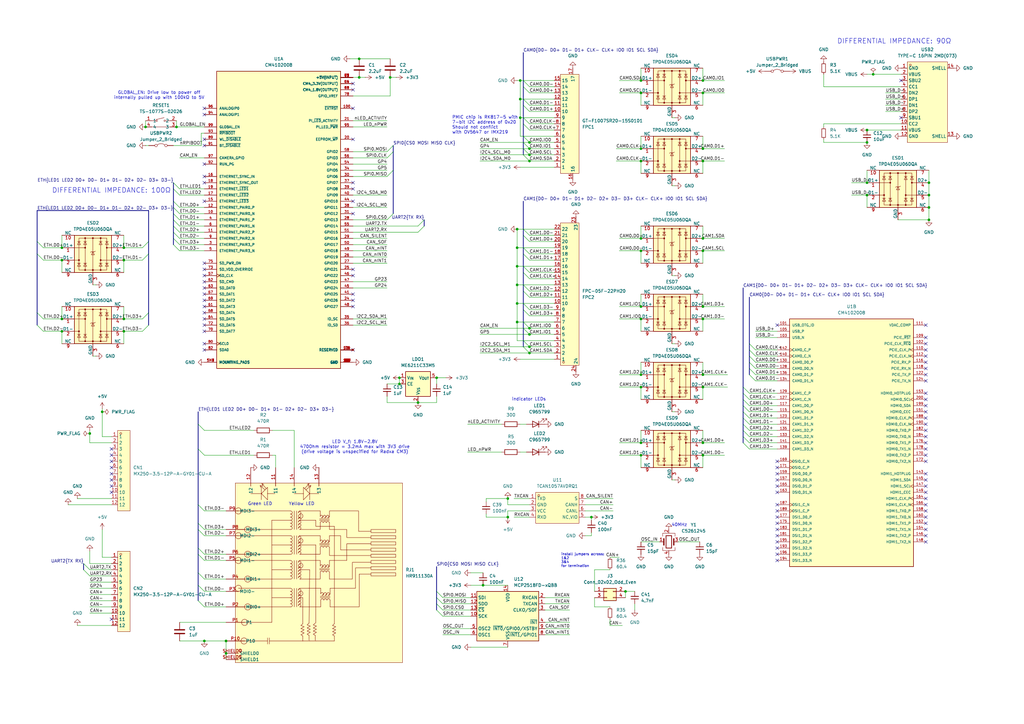
<source format=kicad_sch>
(kicad_sch (version 20250114) (generator "eeschema") (generator_version "9.0")
  (paper "A3")
  (text "Green LED" (at 106.68 206.756 0) (effects (font (size 1.27 1.27))))
  (text "Yellow LED" (at 123.698 206.756 0) (effects (font (size 1.27 1.27))))
  (text "GLOBAL_EN: Drive low to power off\ninternally pulled up with 100kΩ to 5V" (at 65.278 39.116 0) (effects (font (size 1.27 1.27))))
  (text "DIFFERENTIAL IMPEDANCE: 100Ω" (at 45.72 78.232 0) (effects (font (size 2 2))))
  (text "40MHz" (at 278.638 215.392 0) (effects (font (size 1.27 1.27))))
  (text "indicator LEDs" (at 216.916 163.83 0) (effects (font (size 1.27 1.27))))
  (text "LED V_f: 1.8V-2.8V\n470Ohm resistor = 3.2mA max with 3V3 drive\n(drive voltage is unspecified for Radxa CM3)" (at 145.542 183.388 0) (effects (font (size 1.27 1.27))))
  (text "DIFFERENTIAL IMPEDANCE: 90Ω" (at 366.776 17.018 0) (effects (font (size 2 2))))
  (text "PMIC chip is RK817-5 with\n7-bit I2C address of 0x20\nShould not conflict\nwith OV5647 or IMX219" (at 185.42 51.308 0) (effects (font (size 1.27 1.27)) (justify left)))
  (text "install jumpers across:\n1&2\n3&4\nfor termination" (at 230.124 229.87 0) (effects (font (size 1 1)) (justify left)))
  (junction (at 213.36 48.26))
  (junction (at 92.71 267.97))
  (junction (at 36.83 177.8))
  (junction (at 262.89 186.69))
  (junction (at 217.17 58.42))
  (junction (at 217.17 66.04))
  (junction (at 212.09 132.08))
  (junction (at 50.8 130.81))
  (junction (at 288.29 181.61))
  (junction (at 212.09 124.46))
  (junction (at 288.29 102.87))
  (junction (at 179.07 154.94))
  (junction (at 358.14 30.48))
  (junction (at 212.09 116.84))
  (junction (at 262.89 153.67))
  (junction (at 262.89 130.81))
  (junction (at 355.6 80.01))
  (junction (at 25.4 101.6))
  (junction (at 212.09 109.22))
  (junction (at 163.83 157.48))
  (junction (at 25.4 106.68))
  (junction (at 59.69 52.07))
  (junction (at 208.28 204.47))
  (junction (at 262.89 66.04))
  (junction (at 355.6 58.42))
  (junction (at 212.09 101.6))
  (junction (at 288.29 186.69))
  (junction (at 217.17 134.62))
  (junction (at 50.8 135.89))
  (junction (at 217.17 137.16))
  (junction (at 288.29 130.81))
  (junction (at 262.89 33.02))
  (junction (at 217.17 142.24))
  (junction (at 213.36 33.02))
  (junction (at 355.6 53.34))
  (junction (at 262.89 97.79))
  (junction (at 92.71 262.89))
  (junction (at 288.29 125.73))
  (junction (at 50.8 101.6))
  (junction (at 217.17 144.78))
  (junction (at 242.57 212.09))
  (junction (at 262.89 158.75))
  (junction (at 213.36 40.64))
  (junction (at 217.17 60.96))
  (junction (at 72.39 52.07))
  (junction (at 83.82 262.89))
  (junction (at 256.54 242.57))
  (junction (at 147.32 24.13))
  (junction (at 262.89 181.61))
  (junction (at 288.29 33.02))
  (junction (at 147.32 31.75))
  (junction (at 198.12 240.03))
  (junction (at 288.29 97.79))
  (junction (at 25.4 130.81))
  (junction (at 381 80.01))
  (junction (at 381 90.17))
  (junction (at 381 74.93))
  (junction (at 217.17 63.5))
  (junction (at 381 85.09))
  (junction (at 288.29 66.04))
  (junction (at 355.6 74.93))
  (junction (at 288.29 153.67))
  (junction (at 171.45 165.1))
  (junction (at 262.89 60.96))
  (junction (at 50.8 106.68))
  (junction (at 208.28 212.09))
  (junction (at 163.83 154.94))
  (junction (at 262.89 102.87))
  (junction (at 41.91 168.91))
  (junction (at 288.29 38.1))
  (junction (at 288.29 158.75))
  (junction (at 262.89 125.73))
  (junction (at 25.4 135.89))
  (junction (at 262.89 38.1))
  (junction (at 288.29 60.96))
  (junction (at 212.09 93.98))
  (junction (at 160.02 31.75))
  (no_connect (at 369.57 33.02))
  (no_connect (at 318.77 229.87))
  (no_connect (at 45.72 191.77))
  (no_connect (at 318.77 207.01))
  (no_connect (at 83.82 67.31))
  (no_connect (at 83.82 120.65))
  (no_connect (at 318.77 219.71))
  (no_connect (at 45.72 194.31))
  (no_connect (at 379.73 214.63))
  (no_connect (at 83.82 130.81))
  (no_connect (at 379.73 222.25))
  (no_connect (at 379.73 143.51))
  (no_connect (at 379.73 181.61))
  (no_connect (at 318.77 224.79))
  (no_connect (at 318.77 214.63))
  (no_connect (at 45.72 186.69))
  (no_connect (at 379.73 196.85))
  (no_connect (at 144.78 57.15))
  (no_connect (at 379.73 189.23))
  (no_connect (at 83.82 107.95))
  (no_connect (at 83.82 133.35))
  (no_connect (at 379.73 168.91))
  (no_connect (at 379.73 163.83))
  (no_connect (at 379.73 204.47))
  (no_connect (at 83.82 143.51))
  (no_connect (at 318.77 201.93))
  (no_connect (at 144.78 87.63))
  (no_connect (at 379.73 176.53))
  (no_connect (at 45.72 196.85))
  (no_connect (at 379.73 166.37))
  (no_connect (at 379.73 209.55))
  (no_connect (at 379.73 161.29))
  (no_connect (at 45.72 199.39))
  (no_connect (at 144.78 123.19))
  (no_connect (at 318.77 227.33))
  (no_connect (at 45.72 254))
  (no_connect (at 83.82 125.73))
  (no_connect (at 369.57 48.26))
  (no_connect (at 379.73 179.07))
  (no_connect (at 318.77 209.55))
  (no_connect (at 83.82 135.89))
  (no_connect (at 379.73 212.09))
  (no_connect (at 83.82 113.03))
  (no_connect (at 379.73 133.35))
  (no_connect (at 318.77 191.77))
  (no_connect (at 83.82 140.97))
  (no_connect (at 144.78 77.47))
  (no_connect (at 379.73 156.21))
  (no_connect (at 144.78 82.55))
  (no_connect (at 144.78 113.03))
  (no_connect (at 83.82 110.49))
  (no_connect (at 379.73 207.01))
  (no_connect (at 379.73 201.93))
  (no_connect (at 318.77 194.31))
  (no_connect (at 318.77 217.17))
  (no_connect (at 144.78 74.93))
  (no_connect (at 144.78 44.45))
  (no_connect (at 318.77 212.09))
  (no_connect (at 83.82 74.93))
  (no_connect (at 45.72 184.15))
  (no_connect (at 83.82 72.39))
  (no_connect (at 83.82 115.57))
  (no_connect (at 379.73 199.39))
  (no_connect (at 318.77 133.35))
  (no_connect (at 144.78 34.29))
  (no_connect (at 83.82 59.69))
  (no_connect (at 318.77 189.23))
  (no_connect (at 144.78 120.65))
  (no_connect (at 379.73 146.05))
  (no_connect (at 318.77 199.39))
  (no_connect (at 379.73 184.15))
  (no_connect (at 379.73 173.99))
  (no_connect (at 83.82 82.55))
  (no_connect (at 45.72 189.23))
  (no_connect (at 379.73 186.69))
  (no_connect (at 379.73 148.59))
  (no_connect (at 83.82 128.27))
  (no_connect (at 379.73 194.31))
  (no_connect (at 45.72 201.93))
  (no_connect (at 379.73 171.45))
  (no_connect (at 379.73 138.43))
  (no_connect (at 144.78 36.83))
  (no_connect (at 144.78 143.51))
  (no_connect (at 379.73 140.97))
  (no_connect (at 83.82 118.11))
  (no_connect (at 83.82 123.19))
  (no_connect (at 83.82 44.45))
  (no_connect (at 379.73 217.17))
  (no_connect (at 318.77 196.85))
  (no_connect (at 318.77 222.25))
  (no_connect (at 144.78 110.49))
  (no_connect (at 144.78 125.73))
  (no_connect (at 379.73 219.71))
  (no_connect (at 83.82 57.15))
  (no_connect (at 379.73 151.13))
  (no_connect (at 379.73 153.67))
  (no_connect (at 83.82 46.99))
  (bus_entry (at 81.28 173.99) (size 2.54 2.54))
  (bus_entry (at 15.24 128.27) (size 2.54 2.54))
  (bus_entry (at 214.63 134.62) (size 2.54 2.54))
  (bus_entry (at 173.99 92.71) (size -2.54 2.54))
  (bus_entry (at 36.83 236.22) (size -2.54 -2.54))
  (bus_entry (at 214.63 116.84) (size 2.54 2.54))
  (bus_entry (at 214.63 50.8) (size 2.54 2.54))
  (bus_entry (at 214.63 139.7) (size 2.54 2.54))
  (bus_entry (at 214.63 119.38) (size 2.54 2.54))
  (bus_entry (at 71.12 97.79) (size 2.54 2.54))
  (bus_entry (at 307.34 146.05) (size 2.54 2.54))
  (bus_entry (at 304.8 181.61) (size 2.54 2.54))
  (bus_entry (at 304.8 176.53) (size 2.54 2.54))
  (bus_entry (at 214.63 55.88) (size 2.54 2.54))
  (bus_entry (at 81.28 207.01) (size 2.54 2.54))
  (bus_entry (at 214.63 127) (size 2.54 2.54))
  (bus_entry (at 304.8 173.99) (size 2.54 2.54))
  (bus_entry (at 60.96 133.35) (size -2.54 2.54))
  (bus_entry (at 60.96 128.27) (size -2.54 2.54))
  (bus_entry (at 214.63 58.42) (size 2.54 2.54))
  (bus_entry (at 214.63 35.56) (size 2.54 2.54))
  (bus_entry (at 214.63 48.26) (size 2.54 2.54))
  (bus_entry (at 60.96 99.06) (size -2.54 2.54))
  (bus_entry (at 214.63 93.98) (size 2.54 2.54))
  (bus_entry (at 214.63 109.22) (size 2.54 2.54))
  (bus_entry (at 179.07 250.19) (size 2.54 2.54))
  (bus_entry (at 161.29 62.23) (size -2.54 2.54))
  (bus_entry (at 179.07 247.65) (size 2.54 2.54))
  (bus_entry (at 71.12 92.71) (size 2.54 2.54))
  (bus_entry (at 307.34 151.13) (size 2.54 2.54))
  (bus_entry (at 60.96 104.14) (size -2.54 2.54))
  (bus_entry (at 307.34 143.51) (size 2.54 2.54))
  (bus_entry (at 214.63 96.52) (size 2.54 2.54))
  (bus_entry (at 304.8 163.83) (size 2.54 2.54))
  (bus_entry (at 214.63 142.24) (size 2.54 2.54))
  (bus_entry (at 161.29 59.69) (size -2.54 2.54))
  (bus_entry (at 179.07 242.57) (size 2.54 2.54))
  (bus_entry (at 15.24 104.14) (size 2.54 2.54))
  (bus_entry (at 81.28 227.33) (size 2.54 2.54))
  (bus_entry (at 81.28 234.95) (size 2.54 2.54))
  (bus_entry (at 214.63 43.18) (size 2.54 2.54))
  (bus_entry (at 161.29 69.85) (size -2.54 2.54))
  (bus_entry (at 304.8 158.75) (size 2.54 2.54))
  (bus_entry (at 71.12 85.09) (size 2.54 2.54))
  (bus_entry (at 173.99 90.17) (size -2.54 2.54))
  (bus_entry (at 214.63 104.14) (size 2.54 2.54))
  (bus_entry (at 304.8 161.29) (size 2.54 2.54))
  (bus_entry (at 161.29 87.63) (size -2.54 2.54))
  (bus_entry (at 81.28 184.15) (size 2.54 2.54))
  (bus_entry (at 71.12 74.93) (size 2.54 2.54))
  (bus_entry (at 307.34 148.59) (size 2.54 2.54))
  (bus_entry (at 81.28 246.38) (size 2.54 2.54))
  (bus_entry (at 81.28 214.63) (size 2.54 2.54))
  (bus_entry (at 15.24 99.06) (size 2.54 2.54))
  (bus_entry (at 214.63 111.76) (size 2.54 2.54))
  (bus_entry (at 214.63 63.5) (size 2.54 2.54))
  (bus_entry (at 304.8 166.37) (size 2.54 2.54))
  (bus_entry (at 71.12 77.47) (size 2.54 2.54))
  (bus_entry (at 81.28 224.79) (size 2.54 2.54))
  (bus_entry (at 304.8 179.07) (size 2.54 2.54))
  (bus_entry (at 214.63 33.02) (size 2.54 2.54))
  (bus_entry (at 71.12 95.25) (size 2.54 2.54))
  (bus_entry (at 36.83 233.68) (size -2.54 -2.54))
  (bus_entry (at 179.07 245.11) (size 2.54 2.54))
  (bus_entry (at 304.8 171.45) (size 2.54 2.54))
  (bus_entry (at 15.24 133.35) (size 2.54 2.54))
  (bus_entry (at 214.63 132.08) (size 2.54 2.54))
  (bus_entry (at 214.63 101.6) (size 2.54 2.54))
  (bus_entry (at 304.8 168.91) (size 2.54 2.54))
  (bus_entry (at 81.28 217.17) (size 2.54 2.54))
  (bus_entry (at 307.34 153.67) (size 2.54 2.54))
  (bus_entry (at 214.63 60.96) (size 2.54 2.54))
  (bus_entry (at 214.63 124.46) (size 2.54 2.54))
  (bus_entry (at 71.12 90.17) (size 2.54 2.54))
  (bus_entry (at 71.12 87.63) (size 2.54 2.54))
  (bus_entry (at 71.12 100.33) (size 2.54 2.54))
  (bus_entry (at 214.63 40.64) (size 2.54 2.54))
  (bus_entry (at 307.34 140.97) (size 2.54 2.54))
  (bus_entry (at 81.28 240.03) (size 2.54 2.54))
  (bus_entry (at 71.12 82.55) (size 2.54 2.54))
  (wire (pts (xy 288.29 125.73) (xy 297.18 125.73)))
  (wire (pts (xy 337.82 58.42) (xy 355.6 58.42)))
  (bus (pts (xy 71.12 97.79) (xy 71.12 100.33)))
  (wire (pts (xy 208.28 209.55) (xy 208.28 212.09)))
  (wire (pts (xy 223.52 255.27) (xy 233.68 255.27)))
  (wire (pts (xy 111.76 176.53) (xy 120.65 176.53)))
  (wire (pts (xy 309.88 143.51) (xy 318.77 143.51)))
  (wire (pts (xy 363.22 45.72) (xy 369.57 45.72)))
  (bus (pts (xy 214.63 21.59) (xy 214.63 33.02)))
  (wire (pts (xy 193.04 265.43) (xy 208.28 265.43)))
  (wire (pts (xy 217.17 50.8) (xy 227.33 50.8)))
  (wire (pts (xy 276.86 76.2) (xy 275.59 76.2)))
  (wire (pts (xy 381 90.17) (xy 381 85.09)))
  (wire (pts (xy 147.32 31.75) (xy 149.86 31.75)))
  (wire (pts (xy 214.63 40.64) (xy 213.36 40.64)))
  (bus (pts (xy 81.28 184.15) (xy 81.28 207.01)))
  (bus (pts (xy 214.63 40.64) (xy 214.63 43.18)))
  (bus (pts (xy 214.63 101.6) (xy 214.63 104.14)))
  (wire (pts (xy 73.66 87.63) (xy 83.82 87.63)))
  (wire (pts (xy 309.88 148.59) (xy 318.77 148.59)))
  (wire (pts (xy 73.66 92.71) (xy 83.82 92.71)))
  (wire (pts (xy 262.89 66.04) (xy 262.89 71.12)))
  (bus (pts (xy 81.28 240.03) (xy 81.28 246.38)))
  (wire (pts (xy 223.52 245.11) (xy 233.68 245.11)))
  (bus (pts (xy 214.63 50.8) (xy 214.63 55.88)))
  (bus (pts (xy 173.99 90.17) (xy 173.99 92.71)))
  (wire (pts (xy 240.03 207.01) (xy 251.46 207.01)))
  (wire (pts (xy 181.61 250.19) (xy 193.04 250.19)))
  (bus (pts (xy 179.07 242.57) (xy 179.07 245.11)))
  (wire (pts (xy 39.37 146.05) (xy 38.1 146.05)))
  (bus (pts (xy 81.28 214.63) (xy 81.28 217.17)))
  (wire (pts (xy 25.4 135.89) (xy 25.4 140.97)))
  (wire (pts (xy 252.73 60.96) (xy 262.89 60.96)))
  (wire (pts (xy 73.66 95.25) (xy 83.82 95.25)))
  (wire (pts (xy 217.17 121.92) (xy 227.33 121.92)))
  (wire (pts (xy 288.29 38.1) (xy 297.18 38.1)))
  (wire (pts (xy 307.34 179.07) (xy 318.77 179.07)))
  (wire (pts (xy 288.29 66.04) (xy 297.18 66.04)))
  (wire (pts (xy 288.29 102.87) (xy 288.29 107.95)))
  (wire (pts (xy 72.39 52.07) (xy 72.39 49.53)))
  (wire (pts (xy 193.04 234.95) (xy 198.12 234.95)))
  (wire (pts (xy 36.83 181.61) (xy 45.72 181.61)))
  (wire (pts (xy 355.6 69.85) (xy 355.6 74.93)))
  (wire (pts (xy 181.61 252.73) (xy 193.04 252.73)))
  (wire (pts (xy 181.61 245.11) (xy 193.04 245.11)))
  (bus (pts (xy 214.63 109.22) (xy 214.63 111.76)))
  (wire (pts (xy 120.65 176.53) (xy 120.65 191.77)))
  (wire (pts (xy 307.34 171.45) (xy 318.77 171.45)))
  (bus (pts (xy 214.63 43.18) (xy 214.63 48.26)))
  (wire (pts (xy 199.39 204.47) (xy 199.39 205.74)))
  (wire (pts (xy 363.22 43.18) (xy 369.57 43.18)))
  (wire (pts (xy 181.61 257.81) (xy 193.04 257.81)))
  (bus (pts (xy 304.8 176.53) (xy 304.8 179.07)))
  (bus (pts (xy 81.28 234.95) (xy 81.28 240.03)))
  (wire (pts (xy 262.89 158.75) (xy 262.89 163.83)))
  (wire (pts (xy 307.34 173.99) (xy 318.77 173.99)))
  (wire (pts (xy 349.25 74.93) (xy 355.6 74.93)))
  (wire (pts (xy 17.78 101.6) (xy 25.4 101.6)))
  (bus (pts (xy 71.12 90.17) (xy 71.12 92.71)))
  (wire (pts (xy 262.89 38.1) (xy 262.89 43.18)))
  (wire (pts (xy 36.83 251.46) (xy 45.72 251.46)))
  (wire (pts (xy 196.85 137.16) (xy 217.17 137.16)))
  (wire (pts (xy 227.33 116.84) (xy 214.63 116.84)))
  (wire (pts (xy 210.82 204.47) (xy 217.17 204.47)))
  (wire (pts (xy 144.78 49.53) (xy 158.75 49.53)))
  (wire (pts (xy 214.63 139.7) (xy 212.09 139.7)))
  (wire (pts (xy 73.66 90.17) (xy 83.82 90.17)))
  (wire (pts (xy 36.83 177.8) (xy 36.83 181.61)))
  (bus (pts (xy 214.63 124.46) (xy 214.63 127)))
  (wire (pts (xy 363.22 38.1) (xy 369.57 38.1)))
  (wire (pts (xy 213.36 55.88) (xy 214.63 55.88)))
  (wire (pts (xy 307.34 161.29) (xy 318.77 161.29)))
  (wire (pts (xy 83.82 227.33) (xy 92.71 227.33)))
  (wire (pts (xy 144.78 39.37) (xy 160.02 39.37)))
  (wire (pts (xy 196.85 66.04) (xy 217.17 66.04)))
  (wire (pts (xy 214.63 101.6) (xy 212.09 101.6)))
  (wire (pts (xy 213.36 68.58) (xy 227.33 68.58)))
  (wire (pts (xy 288.29 55.88) (xy 288.29 60.96)))
  (wire (pts (xy 217.17 96.52) (xy 227.33 96.52)))
  (wire (pts (xy 217.17 207.01) (xy 208.28 207.01)))
  (wire (pts (xy 50.8 135.89) (xy 50.8 140.97)))
  (wire (pts (xy 369.57 50.8) (xy 337.82 50.8)))
  (wire (pts (xy 191.77 185.42) (xy 205.74 185.42)))
  (wire (pts (xy 196.85 142.24) (xy 214.63 142.24)))
  (wire (pts (xy 59.69 49.53) (xy 59.69 52.07)))
  (bus (pts (xy 179.07 247.65) (xy 179.07 250.19)))
  (bus (pts (xy 161.29 69.85) (xy 161.29 87.63)))
  (wire (pts (xy 213.36 55.88) (xy 213.36 48.26)))
  (wire (pts (xy 36.83 231.14) (xy 45.72 231.14)))
  (wire (pts (xy 181.61 260.35) (xy 193.04 260.35)))
  (bus (pts (xy 214.63 116.84) (xy 214.63 119.38)))
  (bus (pts (xy 81.28 173.99) (xy 81.28 184.15)))
  (wire (pts (xy 179.07 154.94) (xy 179.07 157.48)))
  (wire (pts (xy 50.8 101.6) (xy 58.42 101.6)))
  (bus (pts (xy 214.63 111.76) (xy 214.63 116.84)))
  (wire (pts (xy 223.52 250.19) (xy 233.68 250.19)))
  (wire (pts (xy 227.33 132.08) (xy 214.63 132.08)))
  (bus (pts (xy 81.28 168.91) (xy 81.28 173.99)))
  (wire (pts (xy 227.33 109.22) (xy 214.63 109.22)))
  (wire (pts (xy 217.17 114.3) (xy 227.33 114.3)))
  (bus (pts (xy 304.8 166.37) (xy 304.8 168.91)))
  (wire (pts (xy 17.78 135.89) (xy 25.4 135.89)))
  (wire (pts (xy 217.17 142.24) (xy 227.33 142.24)))
  (wire (pts (xy 368.3 90.17) (xy 381 90.17)))
  (bus (pts (xy 81.28 217.17) (xy 81.28 224.79)))
  (wire (pts (xy 288.29 33.02) (xy 297.18 33.02)))
  (bus (pts (xy 214.63 58.42) (xy 214.63 60.96)))
  (wire (pts (xy 73.66 262.89) (xy 83.82 262.89)))
  (bus (pts (xy 81.28 227.33) (xy 81.28 234.95)))
  (wire (pts (xy 254 130.81) (xy 262.89 130.81)))
  (wire (pts (xy 250.19 256.54) (xy 250.19 254)))
  (bus (pts (xy 60.96 104.14) (xy 60.96 128.27)))
  (bus (pts (xy 307.34 121.92) (xy 307.34 140.97)))
  (wire (pts (xy 262.89 120.65) (xy 262.89 125.73)))
  (wire (pts (xy 196.85 144.78) (xy 217.17 144.78)))
  (wire (pts (xy 92.71 267.97) (xy 92.71 270.51)))
  (wire (pts (xy 36.83 238.76) (xy 45.72 238.76)))
  (wire (pts (xy 217.17 134.62) (xy 227.33 134.62)))
  (wire (pts (xy 309.88 151.13) (xy 318.77 151.13)))
  (bus (pts (xy 71.12 95.25) (xy 71.12 97.79)))
  (wire (pts (xy 25.4 125.73) (xy 25.4 130.81)))
  (wire (pts (xy 179.07 165.1) (xy 171.45 165.1)))
  (wire (pts (xy 217.17 129.54) (xy 227.33 129.54)))
  (wire (pts (xy 227.33 101.6) (xy 214.63 101.6)))
  (wire (pts (xy 36.83 243.84) (xy 45.72 243.84)))
  (wire (pts (xy 217.17 106.68) (xy 227.33 106.68)))
  (wire (pts (xy 262.89 176.53) (xy 262.89 181.61)))
  (wire (pts (xy 288.29 120.65) (xy 288.29 125.73)))
  (wire (pts (xy 223.52 260.35) (xy 233.68 260.35)))
  (wire (pts (xy 337.82 35.56) (xy 337.82 30.48)))
  (wire (pts (xy 143.51 24.13) (xy 147.32 24.13)))
  (wire (pts (xy 210.82 212.09) (xy 217.17 212.09)))
  (wire (pts (xy 50.8 135.89) (xy 58.42 135.89)))
  (wire (pts (xy 144.78 80.01) (xy 158.75 80.01)))
  (wire (pts (xy 36.83 233.68) (xy 45.72 233.68)))
  (wire (pts (xy 309.88 156.21) (xy 318.77 156.21)))
  (bus (pts (xy 71.12 82.55) (xy 71.12 85.09)))
  (wire (pts (xy 242.57 219.71) (xy 240.03 219.71)))
  (wire (pts (xy 297.18 186.69) (xy 288.29 186.69)))
  (wire (pts (xy 50.8 106.68) (xy 58.42 106.68)))
  (wire (pts (xy 309.88 135.89) (xy 318.77 135.89)))
  (wire (pts (xy 250.19 256.54) (xy 255.27 256.54)))
  (wire (pts (xy 252.73 66.04) (xy 262.89 66.04)))
  (wire (pts (xy 217.17 111.76) (xy 227.33 111.76)))
  (wire (pts (xy 288.29 176.53) (xy 288.29 181.61)))
  (wire (pts (xy 144.78 115.57) (xy 158.75 115.57)))
  (wire (pts (xy 213.36 147.32) (xy 227.33 147.32)))
  (wire (pts (xy 212.09 109.22) (xy 212.09 101.6)))
  (wire (pts (xy 144.78 64.77) (xy 158.75 64.77)))
  (bus (pts (xy 34.29 231.14) (xy 34.29 233.68)))
  (bus (pts (xy 214.63 82.55) (xy 214.63 93.98)))
  (bus (pts (xy 15.24 104.14) (xy 15.24 128.27)))
  (wire (pts (xy 144.78 72.39) (xy 158.75 72.39)))
  (wire (pts (xy 278.13 222.25) (xy 287.02 222.25)))
  (bus (pts (xy 304.8 158.75) (xy 304.8 161.29)))
  (wire (pts (xy 31.75 256.54) (xy 45.72 256.54)))
  (bus (pts (xy 304.8 179.07) (xy 304.8 181.61)))
  (bus (pts (xy 214.63 48.26) (xy 214.63 50.8)))
  (wire (pts (xy 83.82 209.55) (xy 92.71 209.55)))
  (bus (pts (xy 161.29 59.69) (xy 161.29 62.23)))
  (wire (pts (xy 41.91 217.17) (xy 41.91 228.6)))
  (wire (pts (xy 217.17 99.06) (xy 227.33 99.06)))
  (wire (pts (xy 276.86 48.26) (xy 275.59 48.26)))
  (wire (pts (xy 214.63 124.46) (xy 212.09 124.46)))
  (wire (pts (xy 36.83 176.53) (xy 36.83 177.8)))
  (wire (pts (xy 144.78 69.85) (xy 158.75 69.85)))
  (wire (pts (xy 223.52 257.81) (xy 233.68 257.81)))
  (wire (pts (xy 240.03 204.47) (xy 251.46 204.47)))
  (wire (pts (xy 191.77 173.99) (xy 205.74 173.99)))
  (wire (pts (xy 217.17 60.96) (xy 227.33 60.96)))
  (wire (pts (xy 144.78 52.07) (xy 158.75 52.07)))
  (wire (pts (xy 36.83 236.22) (xy 45.72 236.22)))
  (wire (pts (xy 260.35 247.65) (xy 260.35 250.19)))
  (wire (pts (xy 73.66 64.77) (xy 83.82 64.77)))
  (bus (pts (xy 71.12 77.47) (xy 71.12 82.55)))
  (wire (pts (xy 158.75 162.56) (xy 158.75 165.1)))
  (wire (pts (xy 73.66 100.33) (xy 83.82 100.33)))
  (wire (pts (xy 113.03 186.69) (xy 111.76 186.69)))
  (wire (pts (xy 217.17 137.16) (xy 227.33 137.16)))
  (wire (pts (xy 144.78 130.81) (xy 158.75 130.81)))
  (wire (pts (xy 254 125.73) (xy 262.89 125.73)))
  (wire (pts (xy 27.94 207.01) (xy 45.72 207.01)))
  (wire (pts (xy 223.52 247.65) (xy 233.68 247.65)))
  (bus (pts (xy 15.24 86.36) (xy 60.96 86.36)))
  (wire (pts (xy 144.78 92.71) (xy 171.45 92.71)))
  (wire (pts (xy 212.09 116.84) (xy 212.09 109.22)))
  (wire (pts (xy 214.63 58.42) (xy 217.17 58.42)))
  (wire (pts (xy 212.09 101.6) (xy 212.09 93.98)))
  (wire (pts (xy 254 228.6) (xy 250.19 228.6)))
  (wire (pts (xy 288.29 102.87) (xy 297.18 102.87)))
  (wire (pts (xy 213.36 40.64) (xy 213.36 33.02)))
  (wire (pts (xy 307.34 166.37) (xy 318.77 166.37)))
  (wire (pts (xy 217.17 144.78) (xy 227.33 144.78)))
  (bus (pts (xy 71.12 92.71) (xy 71.12 95.25)))
  (wire (pts (xy 212.09 124.46) (xy 212.09 116.84)))
  (bus (pts (xy 214.63 132.08) (xy 214.63 134.62)))
  (wire (pts (xy 262.89 102.87) (xy 262.89 107.95)))
  (wire (pts (xy 215.9 173.99) (xy 213.36 173.99)))
  (wire (pts (xy 355.6 30.48) (xy 358.14 30.48)))
  (wire (pts (xy 73.66 80.01) (xy 83.82 80.01)))
  (wire (pts (xy 217.17 119.38) (xy 227.33 119.38)))
  (wire (pts (xy 217.17 66.04) (xy 227.33 66.04)))
  (wire (pts (xy 254 33.02) (xy 262.89 33.02)))
  (wire (pts (xy 82.55 54.61) (xy 82.55 59.69)))
  (bus (pts (xy 214.63 104.14) (xy 214.63 109.22)))
  (wire (pts (xy 262.89 92.71) (xy 262.89 97.79)))
  (wire (pts (xy 275.59 168.91) (xy 276.86 168.91)))
  (wire (pts (xy 196.85 58.42) (xy 214.63 58.42)))
  (wire (pts (xy 160.02 31.75) (xy 162.56 31.75)))
  (wire (pts (xy 83.82 52.07) (xy 72.39 52.07)))
  (wire (pts (xy 73.66 85.09) (xy 83.82 85.09)))
  (bus (pts (xy 214.63 134.62) (xy 214.63 139.7)))
  (wire (pts (xy 83.82 217.17) (xy 92.71 217.17)))
  (wire (pts (xy 262.89 27.94) (xy 262.89 33.02)))
  (wire (pts (xy 181.61 247.65) (xy 193.04 247.65)))
  (wire (pts (xy 217.17 209.55) (xy 208.28 209.55)))
  (wire (pts (xy 288.29 148.59) (xy 288.29 153.67)))
  (wire (pts (xy 163.83 154.94) (xy 163.83 157.48)))
  (wire (pts (xy 198.12 240.03) (xy 208.28 240.03)))
  (wire (pts (xy 83.82 248.92) (xy 92.71 248.92)))
  (wire (pts (xy 214.63 48.26) (xy 227.33 48.26)))
  (wire (pts (xy 217.17 43.18) (xy 227.33 43.18)))
  (wire (pts (xy 288.29 27.94) (xy 288.29 33.02)))
  (wire (pts (xy 262.89 130.81) (xy 262.89 135.89)))
  (wire (pts (xy 337.82 58.42) (xy 337.82 57.15)))
  (wire (pts (xy 25.4 96.52) (xy 25.4 101.6)))
  (wire (pts (xy 217.17 63.5) (xy 227.33 63.5)))
  (bus (pts (xy 304.8 168.91) (xy 304.8 171.45)))
  (wire (pts (xy 256.54 242.57) (xy 260.35 242.57)))
  (wire (pts (xy 158.75 67.31) (xy 144.78 67.31)))
  (wire (pts (xy 288.29 66.04) (xy 288.29 71.12)))
  (wire (pts (xy 262.89 148.59) (xy 262.89 153.67)))
  (wire (pts (xy 144.78 100.33) (xy 158.75 100.33)))
  (bus (pts (xy 307.34 146.05) (xy 307.34 148.59)))
  (bus (pts (xy 214.63 55.88) (xy 214.63 58.42)))
  (wire (pts (xy 369.57 35.56) (xy 337.82 35.56)))
  (wire (pts (xy 288.29 38.1) (xy 288.29 43.18)))
  (wire (pts (xy 256.54 242.57) (xy 256.54 245.11)))
  (wire (pts (xy 41.91 167.64) (xy 41.91 168.91)))
  (wire (pts (xy 288.29 97.79) (xy 297.18 97.79)))
  (wire (pts (xy 217.17 58.42) (xy 227.33 58.42)))
  (wire (pts (xy 214.63 33.02) (xy 227.33 33.02)))
  (bus (pts (xy 161.29 62.23) (xy 161.29 69.85)))
  (wire (pts (xy 25.4 106.68) (xy 25.4 111.76)))
  (wire (pts (xy 254 102.87) (xy 262.89 102.87)))
  (wire (pts (xy 227.33 139.7) (xy 214.63 139.7)))
  (wire (pts (xy 297.18 181.61) (xy 288.29 181.61)))
  (wire (pts (xy 36.83 241.3) (xy 45.72 241.3)))
  (wire (pts (xy 288.29 186.69) (xy 288.29 191.77)))
  (wire (pts (xy 275.59 140.97) (xy 276.86 140.97)))
  (wire (pts (xy 214.63 48.26) (xy 213.36 48.26)))
  (wire (pts (xy 196.85 60.96) (xy 214.63 60.96)))
  (wire (pts (xy 298.45 153.67) (xy 288.29 153.67)))
  (wire (pts (xy 307.34 163.83) (xy 318.77 163.83)))
  (wire (pts (xy 158.75 165.1) (xy 171.45 165.1)))
  (wire (pts (xy 50.8 96.52) (xy 50.8 101.6)))
  (wire (pts (xy 242.57 213.36) (xy 242.57 212.09)))
  (wire (pts (xy 262.89 186.69) (xy 262.89 191.77)))
  (wire (pts (xy 275.59 113.03) (xy 276.86 113.03)))
  (wire (pts (xy 144.78 62.23) (xy 158.75 62.23)))
  (wire (pts (xy 213.36 48.26) (xy 213.36 40.64)))
  (bus (pts (xy 214.63 60.96) (xy 214.63 63.5)))
  (wire (pts (xy 41.91 179.07) (xy 45.72 179.07)))
  (wire (pts (xy 358.14 30.48) (xy 369.57 30.48)))
  (wire (pts (xy 243.84 248.92) (xy 243.84 245.11)))
  (wire (pts (xy 73.66 77.47) (xy 83.82 77.47)))
  (wire (pts (xy 147.32 24.13) (xy 160.02 24.13)))
  (wire (pts (xy 217.17 53.34) (xy 227.33 53.34)))
  (bus (pts (xy 71.12 87.63) (xy 71.12 90.17)))
  (wire (pts (xy 240.03 209.55) (xy 251.46 209.55)))
  (wire (pts (xy 217.17 35.56) (xy 227.33 35.56)))
  (wire (pts (xy 36.83 226.06) (xy 36.83 231.14)))
  (bus (pts (xy 15.24 99.06) (xy 15.24 104.14)))
  (bus (pts (xy 15.24 86.36) (xy 15.24 99.06)))
  (bus (pts (xy 60.96 128.27) (xy 60.96 133.35)))
  (wire (pts (xy 214.63 60.96) (xy 217.17 60.96)))
  (wire (pts (xy 17.78 130.81) (xy 25.4 130.81)))
  (bus (pts (xy 214.63 139.7) (xy 214.63 142.24)))
  (wire (pts (xy 59.69 59.69) (xy 60.96 59.69)))
  (bus (pts (xy 71.12 85.09) (xy 71.12 87.63)))
  (bus (pts (xy 214.63 33.02) (xy 214.63 35.56)))
  (wire (pts (xy 381 85.09) (xy 381 80.01)))
  (wire (pts (xy 275.59 196.85) (xy 276.86 196.85)))
  (wire (pts (xy 214.63 134.62) (xy 217.17 134.62)))
  (wire (pts (xy 288.29 60.96) (xy 297.18 60.96)))
  (wire (pts (xy 288.29 130.81) (xy 297.18 130.81)))
  (wire (pts (xy 17.78 106.68) (xy 25.4 106.68)))
  (wire (pts (xy 214.63 142.24) (xy 217.17 142.24)))
  (wire (pts (xy 83.82 219.71) (xy 92.71 219.71)))
  (wire (pts (xy 217.17 38.1) (xy 227.33 38.1)))
  (wire (pts (xy 381 74.93) (xy 381 69.85)))
  (wire (pts (xy 199.39 210.82) (xy 199.39 212.09)))
  (wire (pts (xy 381 80.01) (xy 381 74.93)))
  (wire (pts (xy 307.34 184.15) (xy 318.77 184.15)))
  (wire (pts (xy 36.83 248.92) (xy 45.72 248.92)))
  (bus (pts (xy 60.96 86.36) (xy 60.96 99.06)))
  (wire (pts (xy 160.02 39.37) (xy 160.02 31.75)))
  (bus (pts (xy 179.07 232.41) (xy 179.07 242.57)))
  (wire (pts (xy 179.07 154.94) (xy 182.88 154.94)))
  (wire (pts (xy 83.82 262.89) (xy 92.71 262.89)))
  (wire (pts (xy 307.34 168.91) (xy 318.77 168.91)))
  (bus (pts (xy 60.96 99.06) (xy 60.96 104.14)))
  (wire (pts (xy 83.82 229.87) (xy 92.71 229.87)))
  (wire (pts (xy 179.07 162.56) (xy 179.07 165.1)))
  (wire (pts (xy 262.89 181.61) (xy 254 181.61)))
  (wire (pts (xy 288.29 158.75) (xy 288.29 163.83)))
  (wire (pts (xy 254 38.1) (xy 262.89 38.1)))
  (wire (pts (xy 288.29 130.81) (xy 288.29 135.89)))
  (wire (pts (xy 41.91 228.6) (xy 45.72 228.6)))
  (wire (pts (xy 355.6 53.34) (xy 369.57 53.34)))
  (wire (pts (xy 309.88 146.05) (xy 318.77 146.05)))
  (wire (pts (xy 212.09 93.98) (xy 214.63 93.98)))
  (wire (pts (xy 242.57 218.44) (xy 242.57 219.71)))
  (bus (pts (xy 304.8 173.99) (xy 304.8 176.53)))
  (wire (pts (xy 113.03 191.77) (xy 113.03 186.69)))
  (wire (pts (xy 36.83 246.38) (xy 45.72 246.38)))
  (bus (pts (xy 307.34 148.59) (xy 307.34 151.13)))
  (wire (pts (xy 215.9 185.42) (xy 213.36 185.42)))
  (wire (pts (xy 212.09 139.7) (xy 212.09 132.08)))
  (wire (pts (xy 196.85 63.5) (xy 214.63 63.5)))
  (bus (pts (xy 179.07 245.11) (xy 179.07 247.65)))
  (bus (pts (xy 214.63 93.98) (xy 214.63 96.52)))
  (wire (pts (xy 73.66 102.87) (xy 83.82 102.87)))
  (wire (pts (xy 50.8 130.81) (xy 58.42 130.81)))
  (wire (pts (xy 217.17 45.72) (xy 227.33 45.72)))
  (wire (pts (xy 31.75 204.47) (xy 45.72 204.47)))
  (wire (pts (xy 214.63 132.08) (xy 212.09 132.08)))
  (bus (pts (xy 307.34 151.13) (xy 307.34 153.67)))
  (bus (pts (xy 307.34 143.51) (xy 307.34 146.05)))
  (wire (pts (xy 242.57 212.09) (xy 240.03 212.09)))
  (bus (pts (xy 304.8 163.83) (xy 304.8 166.37)))
  (wire (pts (xy 254 97.79) (xy 262.89 97.79)))
  (wire (pts (xy 144.78 118.11) (xy 158.75 118.11)))
  (wire (pts (xy 144.78 85.09) (xy 158.75 85.09)))
  (wire (pts (xy 158.75 157.48) (xy 163.83 157.48)))
  (wire (pts (xy 309.88 153.67) (xy 318.77 153.67)))
  (wire (pts (xy 193.04 240.03) (xy 198.12 240.03)))
  (wire (pts (xy 212.09 33.02) (xy 213.36 33.02)))
  (wire (pts (xy 214.63 116.84) (xy 212.09 116.84)))
  (wire (pts (xy 144.78 102.87) (xy 158.75 102.87)))
  (wire (pts (xy 349.25 80.01) (xy 355.6 80.01)))
  (bus (pts (xy 304.8 118.11) (xy 304.8 158.75)))
  (wire (pts (xy 214.63 109.22) (xy 212.09 109.22)))
  (wire (pts (xy 337.82 50.8) (xy 337.82 52.07)))
  (wire (pts (xy 250.19 233.68) (xy 243.84 233.68)))
  (wire (pts (xy 208.28 207.01) (xy 208.28 204.47)))
  (bus (pts (xy 71.12 74.93) (xy 71.12 77.47)))
  (wire (pts (xy 83.82 237.49) (xy 92.71 237.49)))
  (wire (pts (xy 50.8 125.73) (xy 50.8 130.81)))
  (wire (pts (xy 144.78 95.25) (xy 171.45 95.25)))
  (wire (pts (xy 83.82 242.57) (xy 92.71 242.57)))
  (wire (pts (xy 144.78 31.75) (xy 147.32 31.75)))
  (wire (pts (xy 214.63 55.88) (xy 227.33 55.88)))
  (wire (pts (xy 196.85 134.62) (xy 214.63 134.62)))
  (bus (pts (xy 214.63 96.52) (xy 214.63 101.6)))
  (wire (pts (xy 298.45 158.75) (xy 288.29 158.75)))
  (wire (pts (xy 144.78 97.79) (xy 158.75 97.79)))
  (wire (pts (xy 41.91 168.91) (xy 41.91 179.07)))
  (wire (pts (xy 144.78 133.35) (xy 158.75 133.35)))
  (wire (pts (xy 82.55 59.69) (xy 71.12 59.69)))
  (wire (pts (xy 199.39 212.09) (xy 208.28 212.09)))
  (bus (pts (xy 214.63 119.38) (xy 214.63 124.46)))
  (wire (pts (xy 83.82 176.53) (xy 104.14 176.53)))
  (wire (pts (xy 213.36 33.02) (xy 214.63 33.02)))
  (bus (pts (xy 304.8 171.45) (xy 304.8 173.99)))
  (wire (pts (xy 73.66 255.27) (xy 92.71 255.27)))
  (wire (pts (xy 214.63 40.64) (xy 227.33 40.64)))
  (bus (pts (xy 81.28 224.79) (xy 81.28 227.33)))
  (wire (pts (xy 288.29 92.71) (xy 288.29 97.79)))
  (wire (pts (xy 355.6 80.01) (xy 355.6 85.09)))
  (wire (pts (xy 212.09 132.08) (xy 212.09 124.46)))
  (wire (pts (xy 227.33 124.46) (xy 214.63 124.46)))
  (wire (pts (xy 50.8 106.68) (xy 50.8 111.76)))
  (wire (pts (xy 254 158.75) (xy 262.89 158.75)))
  (wire (pts (xy 217.17 104.14) (xy 227.33 104.14)))
  (bus (pts (xy 15.24 128.27) (xy 15.24 133.35)))
  (wire (pts (xy 214.63 63.5) (xy 217.17 63.5)))
  (wire (pts (xy 307.34 181.61) (xy 318.77 181.61)))
  (wire (pts (xy 254 153.67) (xy 262.89 153.67)))
  (wire (pts (xy 250.19 248.92) (xy 243.84 248.92)))
  (wire (pts (xy 217.17 127) (xy 227.33 127)))
  (bus (pts (xy 214.63 35.56) (xy 214.63 40.64)))
  (wire (pts (xy 83.82 186.69) (xy 104.14 186.69)))
  (bus (pts (xy 81.28 207.01) (xy 81.28 214.63)))
  (wire (pts (xy 83.82 54.61) (xy 82.55 54.61)))
  (wire (pts (xy 144.78 105.41) (xy 158.75 105.41)))
  (wire (pts (xy 262.89 186.69) (xy 254 186.69)))
  (wire (pts (xy 262.89 222.25) (xy 270.51 222.25)))
  (wire (pts (xy 144.78 107.95) (xy 158.75 107.95)))
  (bus (pts (xy 304.8 161.29) (xy 304.8 163.83)))
  (wire (pts (xy 144.78 90.17) (xy 158.75 90.17)))
  (wire (pts (xy 73.66 97.79) (xy 83.82 97.79)))
  (wire (pts (xy 38.1 116.84) (xy 39.37 116.84)))
  (wire (pts (xy 262.89 55.88) (xy 262.89 60.96)))
  (wire (pts (xy 309.88 138.43) (xy 318.77 138.43)))
  (bus (pts (xy 307.34 140.97) (xy 307.34 143.51)))
  (wire (pts (xy 363.22 40.64) (xy 369.57 40.64)))
  (bus (pts (xy 214.63 127) (xy 214.63 132.08)))
  (wire (pts (xy 214.63 93.98) (xy 227.33 93.98)))
  (wire (pts (xy 243.84 233.68) (xy 243.84 242.57)))
  (wire (pts (xy 199.39 204.47) (xy 208.28 204.47)))
  (wire (pts (xy 92.71 262.89) (xy 92.71 267.97)))
  (wire (pts (xy 307.34 176.53) (xy 318.77 176.53)))
  (label "CAM0.SCL" (at 254 38.1 0))
  (label "CAM0{D0- D0+ D1- D1+ CLK- CLK+ IO0 IO1 SCL SDA}" (at 214.63 21.59 0))
  (label "ETH.D2-" (at 73.66 97.79 0))
  (label "CAM1.D1+" (at 217.17 106.68 0))
  (label "CAM1.CLK+" (at 217.17 114.3 0))
  (label "CAM0.D0+" (at 309.88 148.59 0))
  (label "CAM1.D3-" (at 297.18 130.81 180))
  (label "CAM0.IO1" (at 217.17 60.96 0))
  (label "TXCAN" (at 210.82 204.47 0))
  (label "CAM_EN" (at 196.85 58.42 0))
  (label "ETH.D3+" (at 58.42 130.81 180))
  (label "CAM0.D0-" (at 254 102.87 0))
  (label "I2C2_SDA_M1" (at 196.85 144.78 0))
  (label "CAM1.D1+" (at 307.34 171.45 0))
  (label "USB_D-" (at 363.22 43.18 0))
  (label "CAN_nINT" (at 158.75 102.87 180))
  (label "CAN-" (at 251.46 209.55 180))
  (label "OSC_OUT" (at 287.02 222.25 180))
  (label "GP23" (at 36.83 238.76 0))
  (label "GP24" (at 158.75 118.11 180))
  (label "CAN_SILENT" (at 158.75 97.79 180))
  (label "RXCAN" (at 210.82 212.09 0))
  (label "ETH.D0+" (at 83.82 248.92 0))
  (label "SPI0.CLK" (at 181.61 252.73 0))
  (label "SPI0.MOSI" (at 181.61 245.11 0))
  (label "CAM0.D1-" (at 217.17 43.18 0))
  (label "CAM1.CLK+" (at 307.34 161.29 0))
  (label "LED_nPWR" (at 191.77 185.42 0))
  (label "SPI0.MISO" (at 181.61 247.65 0))
  (label "CAN-" (at 36.83 246.38 0))
  (label "ETH.D1+" (at 83.82 237.49 0))
  (label "I2C2_SCL_M1" (at 158.75 133.35 180))
  (label "CAN_nINT1" (at 233.68 260.35 180))
  (label "CAM_EN" (at 196.85 134.62 0))
  (label "CAM0.D1+" (at 297.18 60.96 180))
  (label "CAM1.D3-" (at 307.34 184.15 0))
  (label "USB_D+" (at 349.25 74.93 0))
  (label "CAM1.CLK-" (at 307.34 163.83 0))
  (label "CAM1.D0+" (at 297.18 181.61 180))
  (label "CAM1.IO1" (at 254 125.73 0))
  (label "CAM1.D2-" (at 307.34 179.07 0))
  (label "CAM0{D0- D0+ D1- D1+ CLK- CLK+ IO0 IO1 SCL SDA}" (at 307.34 121.92 0))
  (label "ETH.D3+" (at 73.66 100.33 0))
  (label "I2C4_SDA_M0" (at 158.75 80.01 180))
  (label "ETH.D2+" (at 73.66 95.25 0))
  (label "UART2.RX" (at 36.83 236.22 0))
  (label "ETH{LED1 LED2 D0+ D0- D1+ D1- D2+ D2- D3+ D3-}" (at 81.28 168.91 0))
  (label "ETH.D3-" (at 73.66 102.87 0))
  (label "nLED_ACTIVITY" (at 191.77 173.99 0))
  (label "CAM1.CLK+" (at 298.45 153.67 180))
  (label "GP4" (at 196.85 60.96 0))
  (label "CAM0.SDA" (at 217.17 66.04 0))
  (label "ETH.D1+" (at 73.66 90.17 0))
  (label "SPI0.CS0" (at 181.61 250.19 0))
  (label "CAM0.D1+" (at 217.17 45.72 0))
  (label "UART2.TX" (at 36.83 233.68 0))
  (label "GLOBAL_EN" (at 73.66 52.07 0))
  (label "SPI0{CS0 MOSI MISO CLK}" (at 161.29 59.69 0))
  (label "ETH.D2+" (at 83.82 227.33 0))
  (label "SPI0.MISO" (at 158.75 72.39 180))
  (label "OSC_IN" (at 181.61 260.35 0))
  (label "CAM1{D0- D0+ D1- D1+ D2- D2+ D3- D3+ CLK- CLK+ IO0 IO1 SCL SDA}" (at 304.8 118.11 0))
  (label "CAM1.SCL" (at 297.18 102.87 180))
  (label "CAM0.SDA" (at 254 33.02 0))
  (label "ETH.D3-" (at 58.42 135.89 180))
  (label "I2C4_SCL_M0" (at 196.85 63.5 0))
  (label "GP4" (at 158.75 67.31 180))
  (label "USB_D+" (at 309.88 135.89 0))
  (label "USB_D+" (at 363.22 45.72 0))
  (label "UART2{TX RX}" (at 173.99 90.17 180))
  (label "OSC_IN" (at 262.89 222.25 0))
  (label "ETH.LED2" (at 93.98 176.53 0))
  (label "CAM0.D1-" (at 309.88 156.21 0))
  (label "CAM0.D0-" (at 217.17 35.56 0))
  (label "CAM1.D3-" (at 217.17 127 0))
  (label "CAN_SOF" (at 158.75 100.33 180))
  (label "ETH.D2-" (at 17.78 135.89 0))
  (label "CAM1{D0- D0+ D1- D1+ D2- D2+ D3- D3+ CLK- CLK+ IO0 IO1 SCL SDA}" (at 214.63 82.55 0))
  (label "nRPIBOOT" (at 73.66 59.69 0))
  (label "USB_D-" (at 349.25 80.01 0))
  (label "CAM1.CLK-" (at 298.45 158.75 180))
  (label "CAM1.D1-" (at 254 186.69 0))
  (label "UART2.TX" (at 158.75 92.71 180))
  (label "nLED_ACTIVITY" (at 158.75 49.53 180))
  (label "ETH.D1-" (at 58.42 106.68 180))
  (label "CAM0.CLK-" (at 252.73 66.04 0))
  (label "CAN-" (at 255.27 256.54 180))
  (label "CAM1.SDA" (at 217.17 144.78 0))
  (label "CAM1.D0-" (at 307.34 168.91 0))
  (label "CAM1.IO1" (at 217.17 137.16 0))
  (label "USB_D-" (at 309.88 138.43 0))
  (label "ETH.D0+" (at 17.78 101.6 0))
  (label "CAM1.IO0" (at 217.17 134.62 0))
  (label "CAM0.D1-" (at 297.18 66.04 180))
  (label "CAM1.D0-" (at 217.17 96.52 0))
  (label "CAN_nINT0" (at 158.75 105.41 180))
  (label "ETH.D0-" (at 73.66 87.63 0))
  (label "CAM0.CLK-" (at 309.88 146.05 0))
  (label "CAM1.D1+" (at 254 181.61 0))
  (label "CAM0.SCL" (at 217.17 63.5 0))
  (label "GP5" (at 196.85 137.16 0))
  (label "TXCAN" (at 233.68 247.65 180))
  (label "CAN_nINT1" (at 158.75 107.95 180))
  (label "CAN+" (at 36.83 243.84 0))
  (label "CAN+" (at 36.83 251.46 0))
  (label "SPI0{CS0 MOSI MISO CLK}" (at 179.07 232.41 0))
  (label "CAM1.SDA" (at 297.18 97.79 180))
  (label "CAN_SOF" (at 233.68 250.19 180))
  (label "SPI0.CLK" (at 158.75 64.77 180))
  (label "CAM_EN" (at 73.66 64.77 0))
  (label "CAM0.IO1" (at 297.18 33.02 180))
  (label "ETH.D3+" (at 83.82 217.17 0))
  (label "CAM0.IO0" (at 217.17 58.42 0))
  (label "UART2{TX RX}" (at 34.29 231.14 180))
  (label "CAM0.IO0" (at 297.18 38.1 180))
  (label "CAN_nINT0" (at 233.68 257.81 180))
  (label "ETH.D3-" (at 83.82 209.55 0))
  (label "CAM1.D3+" (at 217.17 129.54 0))
  (label "CAM1.SCL" (at 217.17 142.24 0))
  (label "UART2.RX" (at 158.75 95.25 180))
  (label "CAN+" (at 251.46 207.01 180))
  (label "CAM1.D2+" (at 254 153.67 0))
  (label "ETH.D1+" (at 58.42 101.6 180))
  (label "CAM0.D0-" (at 309.88 151.13 0))
  (label "CAM0.D1+" (at 309.88 153.67 0))
  (label "ETH.D0-" (at 17.78 106.68 0))
  (label "CAM0.D0+" (at 217.17 38.1 0))
  (label "CAM1.IO0" (at 254 130.81 0))
  (label "CAM1.D1-" (at 217.17 104.14 0))
  (label "ETH.LED2" (at 73.66 80.01 0))
  (label "ETH{LED1 LED2 D0+ D0- D1+ D1- D2+ D2- D3+ D3-}" (at 71.12 74.93 180))
  (label "CAM1.CLK-" (at 217.17 111.76 0))
  (label "ETH.D1-" (at 83.82 229.87 0))
  (label "I2C4_SCL_M0" (at 158.75 85.09 180))
  (label "ETH.LED1" (at 73.66 77.47 0))
  (label "CAM1.D3+" (at 307.34 181.61 0))
  (label "CAN+" (at 254 228.6 180))
  (label "CAM1.D3+" (at 297.18 125.73 180))
  (label "CAM1.D2-" (at 217.17 119.38 0))
  (label "OSC_OUT" (at 181.61 257.81 0))
  (label "CAM0.D0+" (at 254 97.79 0))
  (label "ETH.D0+" (at 73.66 85.09 0))
  (label "GP23" (at 158.75 115.57 180))
  (label "CAM1.D1-" (at 307.34 173.99 0))
  (label "ETH{LED1 LED2 D0+ D0- D1+ D1- D2+ D2- D3+ D3-}" (at 15.24 86.36 0))
  (label "I2C2_SCL_M1" (at 196.85 142.24 0))
  (label "SPI0.CS0" (at 158.75 90.17 180))
  (label "ETH.LED1" (at 93.98 186.69 0))
  (label "GP24" (at 36.83 241.3 0))
  (label "CAN_nINT" (at 233.68 255.27 180))
  (label "CAM1.D0+" (at 307.34 166.37 0))
  (label "CAM1.D2+" (at 307.34 176.53 0))
  (label "CAM1.D0+" (at 217.17 99.06 0))
  (label "CAM0.CLK+" (at 217.17 53.34 0))
  (label "CAM0.CLK+" (at 252.73 60.96 0))
  (label "USB_D-" (at 363.22 38.1 0))
  (label "ETH.D2+" (at 17.78 130.81 0))
  (label "CAM1.D2-" (at 254 158.75 0))
  (label "CAM0.CLK+" (at 309.88 143.51 0))
  (label "SPI0.MOSI" (at 158.75 62.23 180))
  (label "ETH.D1-" (at 73.66 92.71 0))
  (label "CAN-" (at 36.83 248.92 0))
  (label "ETH.D2-" (at 83.82 219.71 0))
  (label "I2C2_SDA_M1" (at 158.75 130.81 180))
  (label "CAN_SILENT" (at 251.46 204.47 180))
  (label "ETH.D0-" (at 83.82 242.57 0))
  (label "CAM0.CLK-" (at 217.17 50.8 0))
  (label "LED_nPWR" (at 158.75 52.07 180))
  (label "GP5" (at 158.75 69.85 180))
  (label "CAM1.D0-" (at 297.18 186.69 180))
  (label "USB_D+" (at 363.22 40.64 0))
  (label "I2C4_SDA_M0" (at 196.85 66.04 0))
  (label "RXCAN" (at 233.68 245.11 180))
  (label "CAM1.D2+" (at 217.17 121.92 0))
  (symbol (lib_id "Device:C") (at 160.02 27.94 0) (unit 1)
    (property "Reference" "C2" (at 163.83 26.67 0) (effects (justify left)))
    (property "Value" "2.2uF" (at 163.83 29.21 0) (effects (justify left)))
    (property "Footprint" "Capacitor_SMD:C_0805_2012Metric_Pad1.18x1.45mm_HandSolder" (effects (hide yes)))
    (property "Description" "Unpolarized capacitor" (effects (hide yes)))
  )
  (symbol (lib_id "power:GND") (at 144.78 148.59 90) (unit 1)
    (property "Reference" "#PWR046" (effects (hide yes)))
    (property "Value" "GND" (at 148.59 148.59 90) (effects (justify right)))
    (property "Description" "Power symbol creates a global label with name \"GND\" , ground" (effects (hide yes)))
  )
  (symbol (lib_name "TS-1077S-02026_1") (lib_id "EasyEDA:TS-1077S-02026") (at 67.31 49.53 0) (unit 1)
    (property "Reference" "RESET1" (at 66.04 43.18 0))
    (property "Value" "TS-1077S-02026" (at 66.04 45.72 0))
    (property "Footprint" "EasyEDA:SW-SMD_L3.1-W3.1-P2.20-LS4.0" (effects (hide yes)))
    (property "Datasheet" "https://lcsc.com/product-detail/New-Arrivals_XUNPU-TS-1077S-02026_C455261.html" (effects (hide yes)))
    (property "LCSC Part" "C455261" (effects (hide yes)))
  )
  (symbol (lib_id "Device:R_Small") (at 250.19 251.46 0) (unit 1)
    (property "Reference" "R35" (at 252.73 250.19 0) (effects (justify left)))
    (property "Value" "60.4" (at 252.73 252.73 0) (effects (justify left)))
    (property "Footprint" "Resistor_SMD:R_0603_1608Metric" (effects (hide yes)))
    (property "Description" "Resistor, small symbol" (effects (hide yes)))
  )
  (symbol (lib_id "Power_Protection:TPD4E05U06DQA") (at 275.59 156.21 0) (unit 1)
    (property "Reference" "ESD8" (at 275.59 143.51 0))
    (property "Value" "TPD4E05U06DQA" (at 275.59 146.05 0))
    (property "Footprint" "Package_SON:USON-10_2.5x1.0mm_P0.5mm" (effects (hide yes)))
    (property "Datasheet" "https://www.ti.com/lit/ds/symlink/tpd4e05u06.pdf" (effects (hide yes)))
    (property "Description" "4-Channel ESD Protection for Super-Speed USB 3.0 Interface, USON-10" (effects (hide yes)))
  )
  (symbol (lib_id "power:GND") (at 391.16 27.94 90) (unit 1)
    (property "Reference" "#PWR048" (effects (hide yes)))
    (property "Value" "GND" (at 394.97 27.94 90) (effects (justify right)))
    (property "Description" "Power symbol creates a global label with name \"GND\" , ground" (effects (hide yes)))
  )
  (symbol (lib_id "SnapEDA:CM4102008") (at 349.25 181.61 0) (unit 2)
    (property "Reference" "U1" (at 349.25 125.73 0))
    (property "Value" "CM4102008" (at 349.25 128.27 0))
    (property "Footprint" "Snapeda:CM4102008_MODULE_CM4102008" (effects (hide yes)))
    (property "MF" "Raspberry Pi" (effects (hide yes)))
    (property "MAXIMUM_PACKAGE_HEIGHT" "5.188 mm" (effects (hide yes)))
    (property "Package" "None" (effects (hide yes)))
    (property "Price" "None" (effects (hide yes)))
    (property "Check_prices" "https://www.snapeda.com/parts/CM4102008/Raspberry+Pi/view-part/?ref=eda" (effects (hide yes)))
    (property "STANDARD" "Manufacturer Recommendations" (effects (hide yes)))
    (property "PARTREV" "2021-10-12" (effects (hide yes)))
    (property "SnapEDA_Link" "https://www.snapeda.com/parts/CM4102008/Raspberry+Pi/view-part/?ref=snap" (effects (hide yes)))
    (property "MP" "CM4102008" (effects (hide yes)))
    (property "Description_1" "Raspberry Pi Compute Module 4 with WiFi 2GB RAM 8GB Flash | Raspberry Pi CM4102008" (effects (hide yes)))
    (property "Availability" "Not in stock" (effects (hide yes)))
    (property "MANUFACTURER" "Raspberry Pi" (effects (hide yes)))
  )
  (symbol (lib_id "EasyEDA:HR911130A") (at 125.73 231.14 0) (unit 1)
    (property "Reference" "RJ1" (at 166.37 233.68 0) (effects (justify left)))
    (property "Value" "HR911130A" (at 166.37 236.22 0) (effects (justify left)))
    (property "Footprint" "EasyEDA:RJ45-TH_HR911130A" (effects (hide yes)))
    (property "Datasheet" "https://lcsc.com/product-detail/RJ45_HR911130A_C54408.html" (effects (hide yes)))
    (property "LCSC Part" "C54408" (effects (hide yes)))
  )
  (symbol (lib_id "power:GND") (at 260.35 250.19 0) (unit 1)
    (property "Reference" "#PWR055" (effects (hide yes)))
    (property "Value" "GND" (at 260.35 255.27 0))
    (property "Description" "Power symbol creates a global label with name \"GND\" , ground" (effects (hide yes)))
  )
  (symbol (lib_id "power:GND") (at 193.04 265.43 270) (unit 1)
    (property "Reference" "#PWR033" (effects (hide yes)))
    (property "Value" "GND" (at 189.23 265.43 90) (effects (justify right)))
    (property "Description" "Power symbol creates a global label with name \"GND\" , ground" (effects (hide yes)))
  )
  (symbol (lib_id "Connector_Generic:Conn_02x02_Odd_Even") (at 248.92 242.57 0) (unit 1)
    (property "Reference" "J3" (at 250.19 236.22 0))
    (property "Value" "Conn_02x02_Odd_Even" (at 250.19 238.76 0))
    (property "Footprint" "Connector_PinHeader_2.54mm:PinHeader_2x02_P2.54mm_Vertical" (effects (hide yes)))
    (property "Description" "Generic connector, double row, 02x02, odd/even pin numbering scheme (row 1 odd numbers, row 2 even numbers), script generated (kicad-library-utils/schlib/autogen/connector/)" (effects (hide yes)))
  )
  (symbol (lib_id "EasyEDA:FPC-05F-22PH20") (at 232.41 120.65 0) (mirror x) (unit 1)
    (property "Reference" "FPC2" (at 238.76 121.92 0) (effects (justify left)))
    (property "Value" "FPC-05F-22PH20" (at 238.76 119.38 0) (effects (justify left)))
    (property "Footprint" "EasyEDA:FPC-SMD_22P-P0.50_FPC-05F-22PH20" (effects (hide yes)))
    (property "LCSC Part" "C2856804" (effects (hide yes)))
  )
  (symbol (lib_id "Device:R") (at 107.95 176.53 90) (unit 1)
    (property "Reference" "R2" (at 107.95 170.18 90))
    (property "Value" "470R" (at 107.95 172.72 90))
    (property "Footprint" "Resistor_SMD:R_0603_1608Metric" (effects (hide yes)))
    (property "Description" "Resistor" (effects (hide yes)))
  )
  (symbol (lib_id "power:GND") (at 262.89 227.33 0) (unit 1)
    (property "Reference" "#PWR034" (effects (hide yes)))
    (property "Value" "GND" (at 262.89 232.41 0))
    (property "Description" "Power symbol creates a global label with name \"GND\" , ground" (effects (hide yes)))
  )
  (symbol (lib_id "power:GND") (at 83.82 262.89 0) (unit 1)
    (property "Reference" "#PWR01" (effects (hide yes)))
    (property "Value" "GND" (at 83.82 267.97 0))
    (property "Description" "Power symbol creates a global label with name \"GND\" , ground" (effects (hide yes)))
  )
  (symbol (lib_id "power:+3V3") (at 193.04 240.03 90) (unit 1)
    (property "Reference" "#PWR031" (effects (hide yes)))
    (property "Value" "+3V3" (at 189.23 240.03 90) (effects (justify left)))
    (property "Description" "Power symbol creates a global label with name \"+3V3\"" (effects (hide yes)))
  )
  (symbol (lib_id "power:GND") (at 236.22 88.9 180) (unit 1)
    (property "Reference" "#PWR015" (effects (hide yes)))
    (property "Value" "GND" (at 236.22 83.82 0))
    (property "Description" "Power symbol creates a global label with name \"GND\" , ground" (effects (hide yes)))
  )
  (symbol (lib_id "power:+5V") (at 149.86 31.75 270) (unit 1)
    (property "Reference" "#PWR02" (effects (hide yes)))
    (property "Value" "+5V" (at 153.67 31.75 90) (effects (justify left)))
    (property "Description" "Power symbol creates a global label with name \"+5V\"" (effects (hide yes)))
  )
  (symbol (lib_id "Power_Protection:TPD4E05U06DQA") (at 275.59 63.5 0) (unit 1)
    (property "Reference" "ESD5" (at 275.59 50.8 0))
    (property "Value" "TPD4E05U06DQA" (at 275.59 53.34 0))
    (property "Footprint" "Package_SON:USON-10_2.5x1.0mm_P0.5mm" (effects (hide yes)))
    (property "Datasheet" "https://www.ti.com/lit/ds/symlink/tpd4e05u06.pdf" (effects (hide yes)))
    (property "Description" "4-Channel ESD Protection for Super-Speed USB 3.0 Interface, USON-10" (effects (hide yes)))
  )
  (symbol (lib_id "power:GND") (at 39.37 116.84 90) (unit 1)
    (property "Reference" "#PWR019" (effects (hide yes)))
    (property "Value" "GND" (at 43.18 116.84 90) (effects (justify right)))
    (property "Description" "Power symbol creates a global label with name \"GND\" , ground" (effects (hide yes)))
  )
  (symbol (lib_id "power:GND") (at 130.81 191.77 270) (unit 1)
    (property "Reference" "#PWR09" (effects (hide yes)))
    (property "Value" "GND" (at 127 191.77 90) (effects (justify right)))
    (property "Description" "Power symbol creates a global label with name \"GND\" , ground" (effects (hide yes)))
  )
  (symbol (lib_id "power:PWR_FLAG") (at 41.91 168.91 270) (unit 1)
    (property "Reference" "#FLG04" (effects (hide yes)))
    (property "Value" "PWR_FLAG" (at 45.72 168.91 90) (effects (justify left)))
    (property "Description" "Special symbol for telling ERC where power comes from" (effects (hide yes)))
  )
  (symbol (lib_id "Device:C_Small") (at 198.12 237.49 0) (unit 1)
    (property "Reference" "C4" (at 200.66 236.2263 0) (effects (justify left)))
    (property "Value" "100nF" (at 200.66 238.7663 0) (effects (justify left)))
    (property "Footprint" "Capacitor_SMD:C_0603_1608Metric" (effects (hide yes)))
    (property "Description" "Unpolarized capacitor, small symbol" (effects (hide yes)))
  )
  (symbol (lib_id "Device:C_Small") (at 179.07 160.02 0) (unit 1)
    (property "Reference" "C14" (at 181.61 158.7563 0) (effects (justify left)))
    (property "Value" "1uF" (at 181.61 161.2963 0) (effects (justify left)))
    (property "Footprint" "Capacitor_SMD:C_0603_1608Metric" (effects (hide yes)))
    (property "Description" "Unpolarized capacitor, small symbol" (effects (hide yes)))
  )
  (symbol (lib_id "power:+5V") (at 323.85 29.21 270) (unit 1)
    (property "Reference" "#PWR042" (effects (hide yes)))
    (property "Value" "VBUS" (at 327.66 29.21 90) (effects (justify left)))
    (property "Description" "Power symbol creates a global label with name \"+5V\"" (effects (hide yes)))
  )
  (symbol (lib_id "power:GND") (at 59.69 52.07 270) (unit 1)
    (property "Reference" "#PWR026" (effects (hide yes)))
    (property "Value" "GND" (at 55.88 52.07 90) (effects (justify right)))
    (property "Description" "Power symbol creates a global label with name \"GND\" , ground" (effects (hide yes)))
  )
  (symbol (lib_id "Device:C_Small") (at 262.89 224.79 0) (unit 1)
    (property "Reference" "C5" (at 265.43 223.5263 0) (effects (justify left)))
    (property "Value" "15pF" (at 265.43 226.0663 0) (effects (justify left)))
    (property "Footprint" "Capacitor_SMD:C_0603_1608Metric" (effects (hide yes)))
    (property "Description" "Unpolarized capacitor, small symbol" (effects (hide yes)))
  )
  (symbol (lib_id "power:GND") (at 369.57 55.88 270) (unit 1)
    (property "Reference" "#PWR045" (effects (hide yes)))
    (property "Value" "GND" (at 365.76 55.88 90) (effects (justify right)))
    (property "Description" "Power symbol creates a global label with name \"GND\" , ground" (effects (hide yes)))
  )
  (symbol (lib_id "power:GND") (at 276.86 196.85 90) (unit 1)
    (property "Reference" "#PWR023" (effects (hide yes)))
    (property "Value" "GND" (at 280.67 196.85 90) (effects (justify right)))
    (property "Description" "Power symbol creates a global label with name \"GND\" , ground" (effects (hide yes)))
  )
  (symbol (lib_id "Device:C") (at 147.32 27.94 0) (unit 1)
    (property "Reference" "C1" (at 151.13 26.67 0) (effects (justify left)))
    (property "Value" "2.2uF" (at 151.13 29.21 0) (effects (justify left)))
    (property "Footprint" "Capacitor_SMD:C_0603_1608Metric" (effects (hide yes)))
    (property "Description" "Unpolarized capacitor" (effects (hide yes)))
  )
  (symbol (lib_id "power:GND") (at 36.83 226.06 180) (unit 1)
    (property "Reference" "#PWR053" (effects (hide yes)))
    (property "Value" "GND" (at 36.83 220.98 0))
    (property "Description" "Power symbol creates a global label with name \"GND\" , ground" (effects (hide yes)))
  )
  (symbol (lib_id "power:GND") (at 337.82 25.4 180) (unit 1)
    (property "Reference" "#PWR036" (effects (hide yes)))
    (property "Value" "GND" (at 337.82 20.32 0))
    (property "Description" "Power symbol creates a global label with name \"GND\" , ground" (effects (hide yes)))
  )
  (symbol (lib_id "EasyEDA:MX250-3.5-12P-A-GY01-CU-A") (at 50.8 193.04 0) (unit 1)
    (property "Reference" "CN1" (at 54.61 191.77 0) (effects (justify left)))
    (property "Value" "MX250-3.5-12P-A-GY01-CU-A" (at 54.61 194.31 0) (effects (justify left)))
    (property "Footprint" "EasyEDA:CONN-TH_12P-P3.50_MX250-3.5-12P-A-GY01-CU-A" (effects (hide yes)))
    (property "LCSC Part" "C7467036" (effects (hide yes)))
  )
  (symbol (lib_id "power:+5V") (at 313.69 29.21 90) (unit 1)
    (property "Reference" "#PWR035" (effects (hide yes)))
    (property "Value" "+5V" (at 309.88 29.21 90) (effects (justify left)))
    (property "Description" "Power symbol creates a global label with name \"+5V\"" (effects (hide yes)))
  )
  (symbol (lib_id "power:+5V") (at 41.91 167.64 0) (unit 1)
    (property "Reference" "#PWR051" (effects (hide yes)))
    (property "Value" "+5V" (at 41.91 162.56 0))
    (property "Description" "Power symbol creates a global label with name \"+5V\"" (effects (hide yes)))
  )
  (symbol (lib_id "power:+5V") (at 355.6 53.34 90) (unit 1)
    (property "Reference" "#PWR040" (effects (hide yes)))
    (property "Value" "VBUS" (at 351.79 53.34 90) (effects (justify left)))
    (property "Description" "Power symbol creates a global label with name \"+5V\"" (effects (hide yes)))
  )
  (symbol (lib_id "EasyEDA:GT-F1007SR20-15S0101") (at 232.41 50.8 0) (mirror x) (unit 1)
    (property "Reference" "FPC1" (at 238.76 52.07 0) (effects (justify left)))
    (property "Value" "GT-F1007SR20-15S0101" (at 238.76 49.53 0) (effects (justify left)))
    (property "Footprint" "EasyEDA:FPC-SMD_15P-P1.00_GT-F1007SR20-15S0101" (effects (hide yes)))
    (property "LCSC Part" "C22395860" (effects (hide yes)))
  )
  (symbol (lib_id "power:+3V3") (at 242.57 212.09 270) (unit 1)
    (property "Reference" "#PWR058" (effects (hide yes)))
    (property "Value" "+3V3" (at 246.38 212.09 90) (effects (justify left)))
    (property "Description" "Power symbol creates a global label with name \"+3V3\"" (effects (hide yes)))
  )
  (symbol (lib_id "Device:C_Small") (at 199.39 208.28 0) (unit 1)
    (property "Reference" "C39" (at 201.93 207.0163 0) (effects (justify left)))
    (property "Value" "100nF" (at 201.93 209.5563 0) (effects (justify left)))
    (property "Footprint" "Capacitor_SMD:C_0603_1608Metric" (effects (hide yes)))
    (property "Description" "Unpolarized capacitor, small symbol" (effects (hide yes)))
  )
  (symbol (lib_id "EasyEDA:TYPE-C16PIN2MD(073)") (at 381 41.91 0) (unit 1)
    (property "Reference" "USB2" (at 380.365 20.32 0))
    (property "Value" "TYPE-C 16PIN 2MD(073)" (at 380.365 22.86 0))
    (property "Footprint" "EasyEDA:USB-C-SMD_TYPE-C-6PIN-2MD-073" (effects (hide yes)))
    (property "LCSC Part" "C2765186" (effects (hide yes)))
  )
  (symbol (lib_id "Jumper:Jumper_2_Bridged") (at 318.77 29.21 0) (unit 1)
    (property "Reference" "USBPWR1" (at 318.77 24.13 0))
    (property "Value" "Jumper_2_Bridged" (at 318.77 26.67 0))
    (property "Footprint" "Connector_PinHeader_2.54mm:PinHeader_1x02_P2.54mm_Vertical" (effects (hide yes)))
    (property "Description" "Jumper, 2-pole, closed/bridged" (effects (hide yes)))
  )
  (symbol (lib_id "power:GND") (at 31.75 256.54 180) (unit 1)
    (property "Reference" "#PWR056" (effects (hide yes)))
    (property "Value" "GND" (at 31.75 251.46 0))
    (property "Description" "Power symbol creates a global label with name \"GND\" , ground" (effects (hide yes)))
  )
  (symbol (lib_id "power:GND") (at 212.09 93.98 270) (unit 1)
    (property "Reference" "#PWR017" (effects (hide yes)))
    (property "Value" "GND" (at 208.28 93.98 90) (effects (justify right)))
    (property "Description" "Power symbol creates a global label with name \"GND\" , ground" (effects (hide yes)))
  )
  (symbol (lib_id "power:GND") (at 276.86 113.03 90) (unit 1)
    (property "Reference" "#PWR021" (effects (hide yes)))
    (property "Value" "GND" (at 280.67 113.03 90) (effects (justify right)))
    (property "Description" "Power symbol creates a global label with name \"GND\" , ground" (effects (hide yes)))
  )
  (symbol (lib_id "power:GND") (at 83.82 148.59 270) (unit 1)
    (property "Reference" "#PWR04" (effects (hide yes)))
    (property "Value" "GND" (at 80.01 148.59 90) (effects (justify right)))
    (property "Description" "Power symbol creates a global label with name \"GND\" , ground" (effects (hide yes)))
  )
  (symbol (lib_id "power:+5V") (at 41.91 217.17 0) (unit 1)
    (property "Reference" "#PWR054" (effects (hide yes)))
    (property "Value" "+5V" (at 41.91 212.09 0))
    (property "Description" "Power symbol creates a global label with name \"+5V\"" (effects (hide yes)))
  )
  (symbol (lib_id "power:GND") (at 39.37 146.05 90) (unit 1)
    (property "Reference" "#PWR010" (effects (hide yes)))
    (property "Value" "GND" (at 43.18 146.05 90) (effects (justify right)))
    (property "Description" "Power symbol creates a global label with name \"GND\" , ground" (effects (hide yes)))
  )
  (symbol (lib_id "power:GND") (at 234.95 73.66 0) (unit 1)
    (property "Reference" "#PWR014" (effects (hide yes)))
    (property "Value" "GND" (at 234.95 78.74 0))
    (property "Description" "Power symbol creates a global label with name \"GND\" , ground" (effects (hide yes)))
  )
  (symbol (lib_id "power:GND") (at 143.51 24.13 270) (unit 1)
    (property "Reference" "#PWR06" (effects (hide yes)))
    (property "Value" "GND" (at 139.7 24.13 90) (effects (justify right)))
    (property "Description" "Power symbol creates a global label with name \"GND\" , ground" (effects (hide yes)))
  )
  (symbol (lib_id "power:GND") (at 369.57 27.94 270) (unit 1)
    (property "Reference" "#PWR044" (effects (hide yes)))
    (property "Value" "GND" (at 365.76 27.94 90) (effects (justify right)))
    (property "Description" "Power symbol creates a global label with name \"GND\" , ground" (effects (hide yes)))
  )
  (symbol (lib_id "power:GND") (at 276.86 48.26 90) (unit 1)
    (property "Reference" "#PWR024" (effects (hide yes)))
    (property "Value" "GND" (at 280.67 48.26 90) (effects (justify right)))
    (property "Description" "Power symbol creates a global label with name \"GND\" , ground" (effects (hide yes)))
  )
  (symbol (lib_id "power:GND") (at 31.75 204.47 180) (unit 1)
    (property "Reference" "#PWR057" (effects (hide yes)))
    (property "Value" "GND" (at 31.75 199.39 0))
    (property "Description" "Power symbol creates a global label with name \"GND\" , ground" (effects (hide yes)))
  )
  (symbol (lib_id "power:+3V3") (at 213.36 147.32 90) (unit 1)
    (property "Reference" "#PWR018" (effects (hide yes)))
    (property "Value" "+3V3" (at 209.55 147.32 90) (effects (justify left)))
    (property "Description" "Power symbol creates a global label with name \"+3V3\"" (effects (hide yes)))
  )
  (symbol (lib_id "Device:Crystal_GND24") (at 274.32 222.25 0) (unit 1)
    (property "Reference" "Y1" (at 284.48 215.2239 0))
    (property "Value" "C5261245" (at 284.48 217.7639 0))
    (property "Footprint" "Crystal:Crystal_SMD_3225-4Pin_3.2x2.5mm" (effects (hide yes)))
    (property "Description" "Four pin crystal, GND on pins 2 and 4" (effects (hide yes)))
  )
  (symbol (lib_id "power:GND") (at 355.6 58.42 0) (unit 1)
    (property "Reference" "#PWR041" (effects (hide yes)))
    (property "Value" "GND" (at 355.6 63.5 0))
    (property "Description" "Power symbol creates a global label with name \"GND\" , ground" (effects (hide yes)))
  )
  (symbol (lib_id "power:+5V") (at 163.83 154.94 90) (unit 1)
    (property "Reference" "#PWR0102" (effects (hide yes)))
    (property "Value" "+5V" (at 160.02 154.94 90) (effects (justify left)))
    (property "Description" "Power symbol creates a global label with name \"+5V\"" (effects (hide yes)))
  )
  (symbol (lib_id "power:+5V") (at 208.28 212.09 180) (unit 1)
    (property "Reference" "#PWR030" (effects (hide yes)))
    (property "Value" "+5V" (at 208.28 217.17 0))
    (property "Description" "Power symbol creates a global label with name \"+5V\"" (effects (hide yes)))
  )
  (symbol (lib_id "Device:C_Small") (at 158.75 160.02 0) (unit 1)
    (property "Reference" "C13" (at 161.29 158.7563 0) (effects (justify left)))
    (property "Value" "1uF" (at 161.29 161.2963 0) (effects (justify left)))
    (property "Footprint" "Capacitor_SMD:C_0603_1608Metric" (effects (hide yes)))
    (property "Description" "Unpolarized capacitor, small symbol" (effects (hide yes)))
  )
  (symbol (lib_id "Device:R") (at 107.95 186.69 90) (unit 1)
    (property "Reference" "R1" (at 107.95 180.34 90))
    (property "Value" "470R" (at 107.95 182.88 90))
    (property "Footprint" "Resistor_SMD:R_0603_1608Metric" (effects (hide yes)))
    (property "Description" "Resistor" (effects (hide yes)))
  )
  (symbol (lib_id "power:GND") (at 171.45 165.1 0) (unit 1)
    (property "Reference" "#PWR047" (effects (hide yes)))
    (property "Value" "GND" (at 171.45 170.18 0))
    (property "Description" "Power symbol creates a global label with name \"GND\" , ground" (effects (hide yes)))
  )
  (symbol (lib_id "Power_Protection:TPD4E05U06DQA") (at 38.1 133.35 0) (unit 1)
    (property "Reference" "ESD3" (at 38.1 120.65 0))
    (property "Value" "TPD4E05U06DQA" (at 38.1 123.19 0))
    (property "Footprint" "Package_SON:USON-10_2.5x1.0mm_P0.5mm" (effects (hide yes)))
    (property "Datasheet" "https://www.ti.com/lit/ds/symlink/tpd4e05u06.pdf" (effects (hide yes)))
    (property "Description" "4-Channel ESD Protection for Super-Speed USB 3.0 Interface, USON-10" (effects (hide yes)))
  )
  (symbol (lib_id "EasyEDA:MX250-3.5-12P-A-GY01-CU-A") (at 50.8 242.57 0) (unit 1)
    (property "Reference" "CN2" (at 54.61 241.3 0) (effects (justify left)))
    (property "Value" "MX250-3.5-12P-A-GY01-CU-A" (at 54.61 243.84 0) (effects (justify left)))
    (property "Footprint" "EasyEDA:CONN-TH_12P-P3.50_MX250-3.5-12P-A-GY01-CU-A" (effects (hide yes)))
    (property "LCSC Part" "C7467036" (effects (hide yes)))
  )
  (symbol (lib_id "power:GND") (at 193.04 234.95 270) (unit 1)
    (property "Reference" "#PWR032" (effects (hide yes)))
    (property "Value" "GND" (at 189.23 234.95 90) (effects (justify right)))
    (property "Description" "Power symbol creates a global label with name \"GND\" , ground" (effects (hide yes)))
  )
  (symbol (lib_id "power:GND") (at 212.09 33.02 270) (unit 1)
    (property "Reference" "#PWR011" (effects (hide yes)))
    (property "Value" "GND" (at 208.28 33.02 90) (effects (justify right)))
    (property "Description" "Power symbol creates a global label with name \"GND\" , ground" (effects (hide yes)))
  )
  (symbol (lib_id "Device:R_Small") (at 337.82 54.61 0) (unit 1)
    (property "Reference" "R4" (at 340.36 53.34 0) (effects (justify left)))
    (property "Value" "5.1K" (at 340.36 55.88 0) (effects (justify left)))
    (property "Footprint" "Resistor_SMD:R_0603_1608Metric" (effects (hide yes)))
    (property "Description" "Resistor, small symbol" (effects (hide yes)))
  )
  (symbol (lib_id "SnapEDA:CM4102008") (at 114.3 90.17 0) (unit 1)
    (property "Reference" "U1" (at 114.3 24.13 0))
    (property "Value" "CM4102008" (at 114.3 26.67 0))
    (property "Footprint" "Snapeda:CM4102008_MODULE_CM4102008" (effects (hide yes)))
    (property "MF" "Raspberry Pi" (effects (hide yes)))
    (property "MAXIMUM_PACKAGE_HEIGHT" "5.188 mm" (effects (hide yes)))
    (property "Package" "None" (effects (hide yes)))
    (property "Price" "None" (effects (hide yes)))
    (property "Check_prices" "https://www.snapeda.com/parts/CM4102008/Raspberry+Pi/view-part/?ref=eda" (effects (hide yes)))
    (property "STANDARD" "Manufacturer Recommendations" (effects (hide yes)))
    (property "PARTREV" "2021-10-12" (effects (hide yes)))
    (property "SnapEDA_Link" "https://www.snapeda.com/parts/CM4102008/Raspberry+Pi/view-part/?ref=snap" (effects (hide yes)))
    (property "MP" "CM4102008" (effects (hide yes)))
    (property "Description_1" "Raspberry Pi Compute Module 4 with WiFi 2GB RAM 8GB Flash | Raspberry Pi CM4102008" (effects (hide yes)))
    (property "Availability" "Not in stock" (effects (hide yes)))
    (property "MANUFACTURER" "Raspberry Pi" (effects (hide yes)))
  )
  (symbol (lib_id "Jumper:Jumper_2_Bridged") (at 66.04 59.69 0) (unit 1)
    (property "Reference" "USBPWR2" (at 66.04 54.61 0))
    (property "Value" "Jumper_2_Bridged" (at 66.04 57.15 0))
    (property "Footprint" "Connector_PinHeader_2.54mm:PinHeader_1x02_P2.54mm_Vertical" (effects (hide yes)))
    (property "Description" "Jumper, 2-pole, closed/bridged" (effects (hide yes)))
  )
  (symbol (lib_id "power:GND") (at 27.94 207.01 180) (unit 1)
    (property "Reference" "#PWR059" (effects (hide yes)))
    (property "Value" "GND" (at 27.94 201.93 0))
    (property "Description" "Power symbol creates a global label with name \"GND\" , ground" (effects (hide yes)))
  )
  (symbol (lib_id "EasyEDA:TCAN1057AVDRQ1") (at 229.87 209.55 0) (unit 1)
    (property "Reference" "U11" (at 228.6 196.85 0))
    (property "Value" "TCAN1057AVDRQ1" (at 228.6 199.39 0))
    (property "Footprint" "EasyEDA:SOIC-8_L4.9-W3.9-P1.27-LS6.0-BL" (effects (hide yes)))
    (property "LCSC Part" "C3235000" (effects (hide yes)))
  )
  (symbol (lib_id "power:GND") (at 208.28 204.47 180) (unit 1)
    (property "Reference" "#PWR029" (effects (hide yes)))
    (property "Value" "GND" (at 208.28 199.39 0))
    (property "Description" "Power symbol creates a global label with name \"GND\" , ground" (effects (hide yes)))
  )
  (symbol (lib_id "Power_Protection:TPD4E05U06DQA") (at 38.1 104.14 0) (unit 1)
    (property "Reference" "ESD2" (at 38.1 91.44 0))
    (property "Value" "TPD4E05U06DQA" (at 38.1 93.98 0))
    (property "Footprint" "Package_SON:USON-10_2.5x1.0mm_P0.5mm" (effects (hide yes)))
    (property "Datasheet" "https://www.ti.com/lit/ds/symlink/tpd4e05u06.pdf" (effects (hide yes)))
    (property "Description" "4-Channel ESD Protection for Super-Speed USB 3.0 Interface, USON-10" (effects (hide yes)))
  )
  (symbol (lib_id "Interface_CAN_LIN:MCP2518FD-xQBB") (at 208.28 252.73 0) (unit 1)
    (property "Reference" "U12" (at 210.7263 237.49 0) (effects (justify left)))
    (property "Value" "MCP2518FD-xQBB" (at 210.7263 240.03 0) (effects (justify left)))
    (property "Footprint" "Package_DFN_QFN:DFN-14-1EP_3x4.5mm_P0.65mm_EP1.65x4.25mm" (effects (hide yes)))
    (property "Datasheet" "https://ww1.microchip.com/downloads/aemDocuments/documents/OTH/ProductDocuments/DataSheets/External-CAN-FD-Controller-with-SPI-Interface-DS20006027B.pdf" (effects (hide yes)))
    (property "Description" "CAN FD Controller with SPI Interface, up to 8 Mbps, Vdd 2.7..5.5V,  functional safety ready, VDFN-14" (effects (hide yes)))
  )
  (symbol (lib_id "power:GND") (at 274.32 227.33 0) (unit 1)
    (property "Reference" "#PWR038" (effects (hide yes)))
    (property "Value" "GND" (at 274.32 232.41 0))
    (property "Description" "Power symbol creates a global label with name \"GND\" , ground" (effects (hide yes)))
  )
  (symbol (lib_id "Power_Protection:TPD4E05U06DQA") (at 275.59 184.15 0) (unit 1)
    (property "Reference" "ESD9" (at 275.59 171.45 0))
    (property "Value" "TPD4E05U06DQA" (at 275.59 173.99 0))
    (property "Footprint" "Package_SON:USON-10_2.5x1.0mm_P0.5mm" (effects (hide yes)))
    (property "Datasheet" "https://www.ti.com/lit/ds/symlink/tpd4e05u06.pdf" (effects (hide yes)))
    (property "Description" "4-Channel ESD Protection for Super-Speed USB 3.0 Interface, USON-10" (effects (hide yes)))
  )
  (symbol (lib_id "power:GND") (at 240.03 219.71 270) (unit 1)
    (property "Reference" "#PWR0101" (effects (hide yes)))
    (property "Value" "GND" (at 236.22 219.71 90) (effects (justify right)))
    (property "Description" "Power symbol creates a global label with name \"GND\" , ground" (effects (hide yes)))
  )
  (symbol (lib_id "power:GND") (at 276.86 168.91 90) (unit 1)
    (property "Reference" "#PWR022" (effects (hide yes)))
    (property "Value" "GND" (at 280.67 168.91 90) (effects (justify right)))
    (property "Description" "Power symbol creates a global label with name \"GND\" , ground" (effects (hide yes)))
  )
  (symbol (lib_id "Device:R") (at 209.55 173.99 270) (unit 1)
    (property "Reference" "R9" (at 209.55 167.64 90))
    (property "Value" "300" (at 209.55 170.18 90))
    (property "Footprint" "Resistor_SMD:R_0603_1608Metric" (effects (hide yes)))
    (property "Description" "Resistor" (effects (hide yes)))
  )
  (symbol (lib_id "Power_Protection:TPD4E05U06DQA") (at 275.59 128.27 0) (unit 1)
    (property "Reference" "ESD7" (at 275.59 115.57 0))
    (property "Value" "TPD4E05U06DQA" (at 275.59 118.11 0))
    (property "Footprint" "Package_SON:USON-10_2.5x1.0mm_P0.5mm" (effects (hide yes)))
    (property "Datasheet" "https://www.ti.com/lit/ds/symlink/tpd4e05u06.pdf" (effects (hide yes)))
    (property "Description" "4-Channel ESD Protection for Super-Speed USB 3.0 Interface, USON-10" (effects (hide yes)))
  )
  (symbol (lib_id "Power_Protection:TPD4E05U06DQA") (at 368.3 77.47 0) (unit 1)
    (property "Reference" "ESD1" (at 368.3 64.77 0))
    (property "Value" "TPD4E05U06DQA" (at 368.3 67.31 0))
    (property "Footprint" "Package_SON:USON-10_2.5x1.0mm_P0.5mm" (effects (hide yes)))
    (property "Datasheet" "https://www.ti.com/lit/ds/symlink/tpd4e05u06.pdf" (effects (hide yes)))
    (property "Description" "4-Channel ESD Protection for Super-Speed USB 3.0 Interface, USON-10" (effects (hide yes)))
  )
  (symbol (lib_id "Device:R") (at 209.55 185.42 270) (unit 1)
    (property "Reference" "R5" (at 209.55 179.07 90))
    (property "Value" "300" (at 209.55 181.61 90))
    (property "Footprint" "Resistor_SMD:R_0603_1608Metric" (effects (hide yes)))
    (property "Description" "Resistor" (effects (hide yes)))
  )
  (symbol (lib_id "Device:R_Small") (at 250.19 231.14 0) (unit 1)
    (property "Reference" "R36" (at 252.73 229.87 0) (effects (justify left)))
    (property "Value" "60.4" (at 252.73 232.41 0) (effects (justify left)))
    (property "Footprint" "Resistor_SMD:R_0603_1608Metric" (effects (hide yes)))
    (property "Description" "Resistor, small symbol" (effects (hide yes)))
  )
  (symbol (lib_id "power:GND") (at 234.95 27.94 180) (unit 1)
    (property "Reference" "#PWR013" (effects (hide yes)))
    (property "Value" "GND" (at 234.95 22.86 0))
    (property "Description" "Power symbol creates a global label with name \"GND\" , ground" (effects (hide yes)))
  )
  (symbol (lib_id "Device:LED") (at 219.71 185.42 180) (unit 1)
    (property "Reference" "LED2" (at 221.2975 177.8 0))
    (property "Value" "C965799" (at 221.2975 180.34 0))
    (property "Footprint" "LED_SMD:LED_0603_1608Metric" (effects (hide yes)))
    (property "Description" "Light emitting diode" (effects (hide yes)))
    (property "Sim.Pins" "1=K 2=A" (effects (hide yes)))
  )
  (symbol (lib_id "Device:LED") (at 219.71 173.99 180) (unit 1)
    (property "Reference" "LED1" (at 221.2975 166.37 0))
    (property "Value" "C965799" (at 221.2975 168.91 0))
    (property "Footprint" "LED_SMD:LED_0603_1608Metric" (effects (hide yes)))
    (property "Description" "Light emitting diode" (effects (hide yes)))
    (property "Sim.Pins" "1=K 2=A" (effects (hide yes)))
  )
  (symbol (lib_id "power:GND") (at 36.83 176.53 180) (unit 1)
    (property "Reference" "#PWR052" (effects (hide yes)))
    (property "Value" "GND" (at 36.83 171.45 0))
    (property "Description" "Power symbol creates a global label with name \"GND\" , ground" (effects (hide yes)))
  )
  (symbol (lib_id "power:PWR_FLAG") (at 358.14 30.48 0) (unit 1)
    (property "Reference" "#FLG02" (effects (hide yes)))
    (property "Value" "PWR_FLAG" (at 358.14 25.4 0))
    (property "Description" "Special symbol for telling ERC where power comes from" (effects (hide yes)))
  )
  (symbol (lib_id "Device:C_Small") (at 355.6 55.88 0) (unit 1)
    (property "Reference" "C12" (at 358.14 54.6163 0) (effects (justify left)))
    (property "Value" "10uF" (at 358.14 57.1563 0) (effects (justify left)))
    (property "Footprint" "Capacitor_SMD:C_0603_1608Metric" (effects (hide yes)))
    (property "Description" "Unpolarized capacitor, small symbol" (effects (hide yes)))
  )
  (symbol (lib_id "Device:C_Small") (at 287.02 224.79 0) (unit 1)
    (property "Reference" "C6" (at 289.56 223.5263 0) (effects (justify left)))
    (property "Value" "15pF" (at 289.56 226.0663 0) (effects (justify left)))
    (property "Footprint" "Capacitor_SMD:C_0603_1608Metric" (effects (hide yes)))
    (property "Description" "Unpolarized capacitor, small symbol" (effects (hide yes)))
  )
  (symbol (lib_id "power:GND") (at 276.86 76.2 90) (unit 1)
    (property "Reference" "#PWR020" (effects (hide yes)))
    (property "Value" "GND" (at 280.67 76.2 90) (effects (justify right)))
    (property "Description" "Power symbol creates a global label with name \"GND\" , ground" (effects (hide yes)))
  )
  (symbol (lib_id "Device:R_Small") (at 337.82 27.94 0) (unit 1)
    (property "Reference" "R3" (at 340.36 26.67 0) (effects (justify left)))
    (property "Value" "5.1K" (at 340.36 29.21 0) (effects (justify left)))
    (property "Footprint" "Resistor_SMD:R_0603_1608Metric" (effects (hide yes)))
    (property "Description" "Resistor, small symbol" (effects (hide yes)))
  )
  (symbol (lib_id "Device:C_Small") (at 260.35 245.11 180) (unit 1)
    (property "Reference" "C41" (at 262.89 243.8336 0) (effects (justify right)))
    (property "Value" "4.7nF" (at 262.89 246.3736 0) (effects (justify right)))
    (property "Footprint" "Capacitor_SMD:C_0603_1608Metric" (effects (hide yes)))
    (property "Description" "Unpolarized capacitor, small symbol" (effects (hide yes)))
  )
  (symbol (lib_id "power:PWR_FLAG") (at 36.83 177.8 90) (unit 1)
    (property "Reference" "#FLG03" (effects (hide yes)))
    (property "Value" "PWR_FLAG" (at 33.02 177.8 90) (effects (justify left)))
    (property "Description" "Special symbol for telling ERC where power comes from" (effects (hide yes)))
  )
  (symbol (lib_id "power:+3V3") (at 182.88 154.94 270) (unit 1)
    (property "Reference" "#PWR050" (effects (hide yes)))
    (property "Value" "+3V3" (at 186.69 154.94 90) (effects (justify left)))
    (property "Description" "Power symbol creates a global label with name \"+3V3\"" (effects (hide yes)))
  )
  (symbol (lib_id "power:GND") (at 287.02 227.33 0) (unit 1)
    (property "Reference" "#PWR043" (effects (hide yes)))
    (property "Value" "GND" (at 287.02 232.41 0))
    (property "Description" "Power symbol creates a global label with name \"GND\" , ground" (effects (hide yes)))
  )
  (symbol (lib_id "power:+3V3") (at 213.36 68.58 90) (unit 1)
    (property "Reference" "#PWR012" (effects (hide yes)))
    (property "Value" "+3V3" (at 209.55 68.58 90) (effects (justify left)))
    (property "Description" "Power symbol creates a global label with name \"+3V3\"" (effects (hide yes)))
  )
  (symbol (lib_id "power:GND") (at 59.69 59.69 270) (unit 1)
    (property "Reference" "#PWR03" (effects (hide yes)))
    (property "Value" "GND" (at 55.88 59.69 90) (effects (justify right)))
    (property "Description" "Power symbol creates a global label with name \"GND\" , ground" (effects (hide yes)))
  )
  (symbol (lib_id "power:GND") (at 102.87 191.77 90) (unit 1)
    (property "Reference" "#PWR08" (effects (hide yes)))
    (property "Value" "GND" (at 106.68 191.77 90) (effects (justify right)))
    (property "Description" "Power symbol creates a global label with name \"GND\" , ground" (effects (hide yes)))
  )
  (symbol (lib_id "power:+5V") (at 355.6 30.48 90) (unit 1)
    (property "Reference" "#PWR039" (effects (hide yes)))
    (property "Value" "VBUS" (at 351.79 30.48 90) (effects (justify left)))
    (property "Description" "Power symbol creates a global label with name \"+5V\"" (effects (hide yes)))
  )
  (symbol (lib_id "Power_Protection:TPD4E05U06DQA") (at 275.59 35.56 0) (unit 1)
    (property "Reference" "ESD4" (at 275.59 22.86 0))
    (property "Value" "TPD4E05U06DQA" (at 275.59 25.4 0))
    (property "Footprint" "Package_SON:USON-10_2.5x1.0mm_P0.5mm" (effects (hide yes)))
    (property "Datasheet" "https://www.ti.com/lit/ds/symlink/tpd4e05u06.pdf" (effects (hide yes)))
    (property "Description" "4-Channel ESD Protection for Super-Speed USB 3.0 Interface, USON-10" (effects (hide yes)))
  )
  (symbol (lib_id "power:+3.3V") (at 162.56 31.75 270) (unit 1)
    (property "Reference" "#PWR05" (effects (hide yes)))
    (property "Value" "+3V3" (at 166.37 31.75 90) (effects (justify left)))
    (property "Description" "Power symbol creates a global label with name \"+3.3V\"" (effects (hide yes)))
  )
  (symbol (lib_id "Power_Protection:TPD4E05U06DQA") (at 275.59 100.33 0) (unit 1)
    (property "Reference" "ESD6" (at 275.59 87.63 0))
    (property "Value" "TPD4E05U06DQA" (at 275.59 90.17 0))
    (property "Footprint" "Package_SON:USON-10_2.5x1.0mm_P0.5mm" (effects (hide yes)))
    (property "Datasheet" "https://www.ti.com/lit/ds/symlink/tpd4e05u06.pdf" (effects (hide yes)))
    (property "Description" "4-Channel ESD Protection for Super-Speed USB 3.0 Interface, USON-10" (effects (hide yes)))
  )
  (symbol (lib_id "power:GND") (at 223.52 173.99 90) (unit 1)
    (property "Reference" "#PWR027" (effects (hide yes)))
    (property "Value" "GND" (at 227.33 173.99 90) (effects (justify right)))
    (property "Description" "Power symbol creates a global label with name \"GND\" , ground" (effects (hide yes)))
  )
  (symbol (lib_id "power:GND") (at 391.16 55.88 90) (unit 1)
    (property "Reference" "#PWR049" (effects (hide yes)))
    (property "Value" "GND" (at 394.97 55.88 90) (effects (justify right)))
    (property "Description" "Power symbol creates a global label with name \"GND\" , ground" (effects (hide yes)))
  )
  (symbol (lib_id "power:GND") (at 276.86 140.97 90) (unit 1)
    (property "Reference" "#PWR025" (effects (hide yes)))
    (property "Value" "GND" (at 280.67 140.97 90) (effects (justify right)))
    (property "Description" "Power symbol creates a global label with name \"GND\" , ground" (effects (hide yes)))
  )
  (symbol (lib_id "power:GND") (at 236.22 152.4 0) (unit 1)
    (property "Reference" "#PWR016" (effects (hide yes)))
    (property "Value" "GND" (at 236.22 157.48 0))
    (property "Description" "Power symbol creates a global label with name \"GND\" , ground" (effects (hide yes)))
  )
  (symbol (lib_id "Device:C_Small") (at 242.57 215.9 0) (unit 1)
    (property "Reference" "C40" (at 245.11 214.6363 0) (effects (justify left)))
    (property "Value" "100nF" (at 245.11 217.1763 0) (effects (justify left)))
    (property "Footprint" "Capacitor_SMD:C_0603_1608Metric" (effects (hide yes)))
    (property "Description" "Unpolarized capacitor, small symbol" (effects (hide yes)))
  )
  (symbol (lib_id "power:GND") (at 274.32 217.17 180) (unit 1)
    (property "Reference" "#PWR037" (effects (hide yes)))
    (property "Value" "GND" (at 274.32 212.09 0))
    (property "Description" "Power symbol creates a global label with name \"GND\" , ground" (effects (hide yes)))
  )
  (symbol (lib_id "Regulator_Linear:ME6211C33M5") (at 171.45 157.48 0) (unit 1)
    (property "Reference" "LDO1" (at 171.45 147.32 0))
    (property "Value" "ME6211C33M5" (at 171.45 149.86 0))
    (property "Footprint" "Package_TO_SOT_SMD:SOT-23-5" (effects (hide yes)))
    (property "Datasheet" "https://www.lcsc.com/datasheet/lcsc_datasheet_2304140030_MICRONE-Nanjing-Micro-One-Elec-ME6211C33R5G_C235316.pdf" (effects (hide yes)))
    (property "Description" "500mA low dropout linear regulator, shutdown pin, 6.5V max input voltage, 3.3V fixed positive output, SOT-23-5" (effects (hide yes)))
  )
  (symbol (lib_id "power:GND") (at 381 90.17 0) (unit 1)
    (property "Reference" "#PWR07" (effects (hide yes)))
    (property "Value" "GND" (at 381 95.25 0))
    (property "Description" "Power symbol creates a global label with name \"GND\" , ground" (effects (hide yes)))
  )
  (symbol (lib_id "power:GND") (at 223.52 185.42 90) (unit 1)
    (property "Reference" "#PWR028" (effects (hide yes)))
    (property "Value" "GND" (at 227.33 185.42 90) (effects (justify right)))
    (property "Description" "Power symbol creates a global label with name \"GND\" , ground" (effects (hide yes)))
  )
  (symbol (lib_id "Device:C") (at 73.66 259.08 0) (unit 1)
    (property "Reference" "C3" (at 77.47 257.81 0) (effects (justify left)))
    (property "Value" "1uF" (at 77.47 260.35 0) (effects (justify left)))
    (property "Footprint" "Capacitor_SMD:C_0603_1608Metric" (effects (hide yes)))
    (property "Description" "Unpolarized capacitor" (effects (hide yes)))
  )
)
</source>
